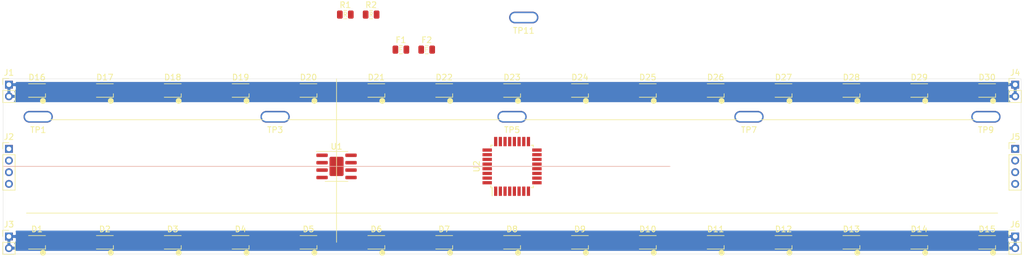
<source format=kicad_pcb>
(kicad_pcb (version 20171130) (host pcbnew "(5.1.2)-2")

  (general
    (thickness 1.6)
    (drawings 8)
    (tracks 0)
    (zones 0)
    (modules 48)
    (nets 48)
  )

  (page A4)
  (layers
    (0 F.Cu signal)
    (31 B.Cu signal)
    (32 B.Adhes user)
    (33 F.Adhes user)
    (34 B.Paste user)
    (35 F.Paste user)
    (36 B.SilkS user)
    (37 F.SilkS user)
    (38 B.Mask user)
    (39 F.Mask user)
    (40 Dwgs.User user)
    (41 Cmts.User user)
    (42 Eco1.User user)
    (43 Eco2.User user)
    (44 Edge.Cuts user)
    (45 Margin user)
    (46 B.CrtYd user)
    (47 F.CrtYd user)
    (48 B.Fab user)
    (49 F.Fab user)
  )

  (setup
    (last_trace_width 0.25)
    (trace_clearance 0.2)
    (zone_clearance 0.508)
    (zone_45_only no)
    (trace_min 0.2)
    (via_size 2)
    (via_drill 1.6)
    (via_min_size 0.4)
    (via_min_drill 0.3)
    (uvia_size 0.3)
    (uvia_drill 0.1)
    (uvias_allowed no)
    (uvia_min_size 0.2)
    (uvia_min_drill 0.1)
    (edge_width 0.05)
    (segment_width 0.2)
    (pcb_text_width 0.3)
    (pcb_text_size 1.5 1.5)
    (mod_edge_width 0.12)
    (mod_text_size 1 1)
    (mod_text_width 0.15)
    (pad_size 1.524 1.524)
    (pad_drill 0.762)
    (pad_to_mask_clearance 0.051)
    (solder_mask_min_width 0.25)
    (aux_axis_origin 100 100)
    (grid_origin 100 100)
    (visible_elements 7FFDFFFF)
    (pcbplotparams
      (layerselection 0x010fc_ffffffff)
      (usegerberextensions false)
      (usegerberattributes false)
      (usegerberadvancedattributes false)
      (creategerberjobfile false)
      (excludeedgelayer true)
      (linewidth 0.100000)
      (plotframeref false)
      (viasonmask false)
      (mode 1)
      (useauxorigin false)
      (hpglpennumber 1)
      (hpglpenspeed 20)
      (hpglpendiameter 15.000000)
      (psnegative false)
      (psa4output false)
      (plotreference true)
      (plotvalue true)
      (plotinvisibletext false)
      (padsonsilk false)
      (subtractmaskfromsilk false)
      (outputformat 1)
      (mirror false)
      (drillshape 1)
      (scaleselection 1)
      (outputdirectory ""))
  )

  (net 0 "")
  (net 1 GND)
  (net 2 +5V)
  (net 3 "Net-(U2-Pad21)")
  (net 4 +VDC)
  (net 5 "Net-(J2-Pad3)")
  (net 6 "Net-(J2-Pad2)")
  (net 7 -VDC)
  (net 8 +VSW)
  (net 9 "Net-(D2-Pad1)")
  (net 10 "Net-(D4-Pad1)")
  (net 11 "Net-(D6-Pad1)")
  (net 12 "Net-(D8-Pad1)")
  (net 13 /LED/VDD)
  (net 14 "Net-(D1-Pad1)")
  (net 15 /LED/VSS)
  (net 16 /LED/DIN)
  (net 17 "Net-(D3-Pad1)")
  (net 18 /sheet5E217478/VDD)
  (net 19 /sheet5E217478/VSS)
  (net 20 "Net-(D7-Pad1)")
  (net 21 "Net-(D10-Pad3)")
  (net 22 /sheet5E217FEF/VDD)
  (net 23 "Net-(D11-Pad1)")
  (net 24 /sheet5E217FEF/VSS)
  (net 25 "Net-(D12-Pad1)")
  (net 26 "Net-(D13-Pad1)")
  (net 27 "Net-(D14-Pad1)")
  (net 28 /sheet5E217FF0/VDD)
  (net 29 "Net-(D16-Pad1)")
  (net 30 /sheet5E217FF0/VSS)
  (net 31 "Net-(D17-Pad1)")
  (net 32 "Net-(D18-Pad1)")
  (net 33 "Net-(D19-Pad1)")
  (net 34 /sheet5E2189E4/VDD)
  (net 35 "Net-(D21-Pad1)")
  (net 36 /sheet5E2189E4/VSS)
  (net 37 "Net-(D22-Pad1)")
  (net 38 "Net-(D23-Pad1)")
  (net 39 "Net-(D24-Pad1)")
  (net 40 /sheet5E2189E5/VDD)
  (net 41 "Net-(D26-Pad1)")
  (net 42 /sheet5E2189E5/VSS)
  (net 43 "Net-(D27-Pad1)")
  (net 44 "Net-(D28-Pad1)")
  (net 45 "Net-(D29-Pad1)")
  (net 46 "Net-(F1-Pad2)")
  (net 47 "Net-(F2-Pad2)")

  (net_class Default "This is the default net class."
    (clearance 0.2)
    (trace_width 0.25)
    (via_dia 2)
    (via_drill 1.6)
    (uvia_dia 0.3)
    (uvia_drill 0.1)
    (add_net +5V)
    (add_net +VDC)
    (add_net +VSW)
    (add_net -VDC)
    (add_net -VSW)
    (add_net /LED/DIN)
    (add_net /LED/VDD)
    (add_net /LED/VSS)
    (add_net /sheet5E217478/VDD)
    (add_net /sheet5E217478/VSS)
    (add_net /sheet5E217FEF/VDD)
    (add_net /sheet5E217FEF/VSS)
    (add_net /sheet5E217FF0/VDD)
    (add_net /sheet5E217FF0/VSS)
    (add_net /sheet5E2189E4/VDD)
    (add_net /sheet5E2189E4/VSS)
    (add_net /sheet5E2189E5/VDD)
    (add_net /sheet5E2189E5/VSS)
    (add_net GND)
    (add_net "Net-(D1-Pad1)")
    (add_net "Net-(D10-Pad1)")
    (add_net "Net-(D10-Pad3)")
    (add_net "Net-(D11-Pad1)")
    (add_net "Net-(D12-Pad1)")
    (add_net "Net-(D13-Pad1)")
    (add_net "Net-(D14-Pad1)")
    (add_net "Net-(D15-Pad1)")
    (add_net "Net-(D16-Pad1)")
    (add_net "Net-(D17-Pad1)")
    (add_net "Net-(D18-Pad1)")
    (add_net "Net-(D19-Pad1)")
    (add_net "Net-(D2-Pad1)")
    (add_net "Net-(D20-Pad1)")
    (add_net "Net-(D21-Pad1)")
    (add_net "Net-(D22-Pad1)")
    (add_net "Net-(D23-Pad1)")
    (add_net "Net-(D24-Pad1)")
    (add_net "Net-(D25-Pad1)")
    (add_net "Net-(D26-Pad1)")
    (add_net "Net-(D27-Pad1)")
    (add_net "Net-(D28-Pad1)")
    (add_net "Net-(D29-Pad1)")
    (add_net "Net-(D3-Pad1)")
    (add_net "Net-(D30-Pad1)")
    (add_net "Net-(D4-Pad1)")
    (add_net "Net-(D5-Pad1)")
    (add_net "Net-(D6-Pad1)")
    (add_net "Net-(D7-Pad1)")
    (add_net "Net-(D8-Pad1)")
    (add_net "Net-(F1-Pad2)")
    (add_net "Net-(F2-Pad2)")
    (add_net "Net-(J2-Pad2)")
    (add_net "Net-(J2-Pad3)")
    (add_net "Net-(R1-Pad1)")
    (add_net "Net-(R1-Pad2)")
    (add_net "Net-(R2-Pad1)")
    (add_net "Net-(R2-Pad2)")
    (add_net "Net-(U1-Pad2)")
    (add_net "Net-(U1-Pad3)")
    (add_net "Net-(U1-Pad4)")
    (add_net "Net-(U1-Pad5)")
    (add_net "Net-(U1-Pad7)")
    (add_net "Net-(U1-Pad9)")
    (add_net "Net-(U2-Pad1)")
    (add_net "Net-(U2-Pad10)")
    (add_net "Net-(U2-Pad11)")
    (add_net "Net-(U2-Pad12)")
    (add_net "Net-(U2-Pad13)")
    (add_net "Net-(U2-Pad14)")
    (add_net "Net-(U2-Pad15)")
    (add_net "Net-(U2-Pad16)")
    (add_net "Net-(U2-Pad17)")
    (add_net "Net-(U2-Pad18)")
    (add_net "Net-(U2-Pad19)")
    (add_net "Net-(U2-Pad2)")
    (add_net "Net-(U2-Pad20)")
    (add_net "Net-(U2-Pad21)")
    (add_net "Net-(U2-Pad22)")
    (add_net "Net-(U2-Pad23)")
    (add_net "Net-(U2-Pad24)")
    (add_net "Net-(U2-Pad25)")
    (add_net "Net-(U2-Pad26)")
    (add_net "Net-(U2-Pad27)")
    (add_net "Net-(U2-Pad28)")
    (add_net "Net-(U2-Pad29)")
    (add_net "Net-(U2-Pad3)")
    (add_net "Net-(U2-Pad30)")
    (add_net "Net-(U2-Pad31)")
    (add_net "Net-(U2-Pad32)")
    (add_net "Net-(U2-Pad6)")
    (add_net "Net-(U2-Pad7)")
    (add_net "Net-(U2-Pad8)")
    (add_net "Net-(U2-Pad9)")
  )

  (module suku_basics:HO_tie (layer F.Cu) (tedit 5E18B2EB) (tstamp 5E18CBF0)
    (at 189 74.5)
    (descr "solder Pin_ diameter 1.0mm, hole diameter 1.0mm (press fit), length 10.0mm")
    (tags "solder Pin_ press fit")
    (path /5E18A009)
    (fp_text reference TP11 (at 0 2.25) (layer F.SilkS)
      (effects (font (size 1 1) (thickness 0.15)))
    )
    (fp_text value TestPoint (at 0 -2.05) (layer F.Fab)
      (effects (font (size 1 1) (thickness 0.15)))
    )
    (fp_text user %R (at 0 2.25) (layer F.Fab)
      (effects (font (size 1 1) (thickness 0.15)))
    )
    (pad 1 thru_hole oval (at 0 0) (size 5 2) (drill oval 4.5 1.5) (layers *.Cu *.Mask)
      (net 8 +VSW))
  )

  (module suku_basics:HO_tie (layer F.Cu) (tedit 5E18B2EB) (tstamp 5E1A40A7)
    (at 268 91.5)
    (descr "solder Pin_ diameter 1.0mm, hole diameter 1.0mm (press fit), length 10.0mm")
    (tags "solder Pin_ press fit")
    (path /5E189E6D)
    (fp_text reference TP9 (at 0 2.25) (layer F.SilkS)
      (effects (font (size 1 1) (thickness 0.15)))
    )
    (fp_text value TestPoint (at 0 -2.05) (layer F.Fab)
      (effects (font (size 1 1) (thickness 0.15)))
    )
    (fp_text user %R (at 0 2.25) (layer F.Fab)
      (effects (font (size 1 1) (thickness 0.15)))
    )
    (pad 1 thru_hole oval (at 0 0) (size 5 2) (drill oval 4.5 1.5) (layers *.Cu *.Mask)
      (net 8 +VSW))
  )

  (module suku_basics:HO_tie (layer F.Cu) (tedit 5E18B2EB) (tstamp 5E1A409B)
    (at 227.5 91.5)
    (descr "solder Pin_ diameter 1.0mm, hole diameter 1.0mm (press fit), length 10.0mm")
    (tags "solder Pin_ press fit")
    (path /5E189D70)
    (fp_text reference TP7 (at 0 2.25) (layer F.SilkS)
      (effects (font (size 1 1) (thickness 0.15)))
    )
    (fp_text value TestPoint (at 0 -2.05) (layer F.Fab)
      (effects (font (size 1 1) (thickness 0.15)))
    )
    (fp_text user %R (at 0 2.25) (layer F.Fab)
      (effects (font (size 1 1) (thickness 0.15)))
    )
    (pad 1 thru_hole oval (at 0 0) (size 5 2) (drill oval 4.5 1.5) (layers *.Cu *.Mask)
      (net 8 +VSW))
  )

  (module suku_basics:HO_tie (layer F.Cu) (tedit 5E18B2EB) (tstamp 5E1A408F)
    (at 187 91.5)
    (descr "solder Pin_ diameter 1.0mm, hole diameter 1.0mm (press fit), length 10.0mm")
    (tags "solder Pin_ press fit")
    (path /5E189CAB)
    (fp_text reference TP5 (at 0 2.25) (layer F.SilkS)
      (effects (font (size 1 1) (thickness 0.15)))
    )
    (fp_text value TestPoint (at 0 -2.05) (layer F.Fab)
      (effects (font (size 1 1) (thickness 0.15)))
    )
    (fp_text user %R (at 0 2.25) (layer F.Fab)
      (effects (font (size 1 1) (thickness 0.15)))
    )
    (pad 1 thru_hole oval (at 0 0) (size 5 2) (drill oval 4.5 1.5) (layers *.Cu *.Mask)
      (net 8 +VSW))
  )

  (module suku_basics:HO_tie (layer F.Cu) (tedit 5E18B2EB) (tstamp 5E1A4083)
    (at 146.5 91.5)
    (descr "solder Pin_ diameter 1.0mm, hole diameter 1.0mm (press fit), length 10.0mm")
    (tags "solder Pin_ press fit")
    (path /5E189B2F)
    (fp_text reference TP3 (at 0 2.25) (layer F.SilkS)
      (effects (font (size 1 1) (thickness 0.15)))
    )
    (fp_text value TestPoint (at 0 -2.05) (layer F.Fab)
      (effects (font (size 1 1) (thickness 0.15)))
    )
    (fp_text user %R (at 0 2.25) (layer F.Fab)
      (effects (font (size 1 1) (thickness 0.15)))
    )
    (pad 1 thru_hole oval (at 0 0) (size 5 2) (drill oval 4.5 1.5) (layers *.Cu *.Mask)
      (net 8 +VSW))
  )

  (module suku_basics:HO_tie (layer F.Cu) (tedit 5E18B2EB) (tstamp 5E1A4077)
    (at 106 91.5)
    (descr "solder Pin_ diameter 1.0mm, hole diameter 1.0mm (press fit), length 10.0mm")
    (tags "solder Pin_ press fit")
    (path /5E188F92)
    (fp_text reference TP1 (at 0 2.25) (layer F.SilkS)
      (effects (font (size 1 1) (thickness 0.15)))
    )
    (fp_text value TestPoint (at 0 -2.05) (layer F.Fab)
      (effects (font (size 1 1) (thickness 0.15)))
    )
    (fp_text user %R (at 0 2.25) (layer F.Fab)
      (effects (font (size 1 1) (thickness 0.15)))
    )
    (pad 1 thru_hole oval (at 0 0) (size 5 2) (drill oval 4.5 1.5) (layers *.Cu *.Mask)
      (net 8 +VSW))
  )

  (module suku_basics:POLY_0805 (layer F.Cu) (tedit 5D5076F2) (tstamp 5E1A2F1B)
    (at 172.41 80)
    (descr "Resistor SMD 0805 (2012 Metric), square (rectangular) end terminal, IPC_7351 nominal, (Body size source: https://docs.google.com/spreadsheets/d/1BsfQQcO9C6DZCsRaXUlFlo91Tg2WpOkGARC1WS5S8t0/edit?usp=sharing), generated with kicad-footprint-generator")
    (tags resistor)
    (path /5E232B71)
    (attr smd)
    (fp_text reference F2 (at 0 -1.65) (layer F.SilkS)
      (effects (font (size 1 1) (thickness 0.15)))
    )
    (fp_text value POLY (at 0 1.65) (layer F.Fab)
      (effects (font (size 1 1) (thickness 0.15)))
    )
    (fp_line (start -0.2032 0) (end 0.127 0) (layer F.SilkS) (width 0.12))
    (fp_line (start -0.2032 -0.4064) (end 0.2286 -0.4064) (layer F.SilkS) (width 0.12))
    (fp_line (start -0.2032 0.381) (end -0.2032 -0.4064) (layer F.SilkS) (width 0.12))
    (fp_text user %R (at 0 0) (layer F.Fab)
      (effects (font (size 0.5 0.5) (thickness 0.08)))
    )
    (fp_line (start 1.68 0.95) (end -1.68 0.95) (layer F.CrtYd) (width 0.05))
    (fp_line (start 1.68 -0.95) (end 1.68 0.95) (layer F.CrtYd) (width 0.05))
    (fp_line (start -1.68 -0.95) (end 1.68 -0.95) (layer F.CrtYd) (width 0.05))
    (fp_line (start -1.68 0.95) (end -1.68 -0.95) (layer F.CrtYd) (width 0.05))
    (fp_line (start -0.258578 0.71) (end 0.258578 0.71) (layer F.SilkS) (width 0.12))
    (fp_line (start -0.258578 -0.71) (end 0.258578 -0.71) (layer F.SilkS) (width 0.12))
    (fp_line (start 1 0.6) (end -1 0.6) (layer F.Fab) (width 0.1))
    (fp_line (start 1 -0.6) (end 1 0.6) (layer F.Fab) (width 0.1))
    (fp_line (start -1 -0.6) (end 1 -0.6) (layer F.Fab) (width 0.1))
    (fp_line (start -1 0.6) (end -1 -0.6) (layer F.Fab) (width 0.1))
    (pad 2 smd roundrect (at 0.9375 0) (size 0.975 1.4) (layers F.Cu F.Paste F.Mask) (roundrect_rratio 0.25)
      (net 47 "Net-(F2-Pad2)"))
    (pad 1 smd roundrect (at -0.9375 0) (size 0.975 1.4) (layers F.Cu F.Paste F.Mask) (roundrect_rratio 0.25))
    (model ${KISYS3DMOD}/Resistor_SMD.3dshapes/R_0805_2012Metric.wrl
      (at (xyz 0 0 0))
      (scale (xyz 1 1 1))
      (rotate (xyz 0 0 0))
    )
  )

  (module suku_basics:POLY_0805 (layer F.Cu) (tedit 5D5076F2) (tstamp 5E1A2F07)
    (at 168 80)
    (descr "Resistor SMD 0805 (2012 Metric), square (rectangular) end terminal, IPC_7351 nominal, (Body size source: https://docs.google.com/spreadsheets/d/1BsfQQcO9C6DZCsRaXUlFlo91Tg2WpOkGARC1WS5S8t0/edit?usp=sharing), generated with kicad-footprint-generator")
    (tags resistor)
    (path /5E2321CC)
    (attr smd)
    (fp_text reference F1 (at 0 -1.65) (layer F.SilkS)
      (effects (font (size 1 1) (thickness 0.15)))
    )
    (fp_text value POLY (at 0 1.65) (layer F.Fab)
      (effects (font (size 1 1) (thickness 0.15)))
    )
    (fp_line (start -0.2032 0) (end 0.127 0) (layer F.SilkS) (width 0.12))
    (fp_line (start -0.2032 -0.4064) (end 0.2286 -0.4064) (layer F.SilkS) (width 0.12))
    (fp_line (start -0.2032 0.381) (end -0.2032 -0.4064) (layer F.SilkS) (width 0.12))
    (fp_text user %R (at 0 0) (layer F.Fab)
      (effects (font (size 0.5 0.5) (thickness 0.08)))
    )
    (fp_line (start 1.68 0.95) (end -1.68 0.95) (layer F.CrtYd) (width 0.05))
    (fp_line (start 1.68 -0.95) (end 1.68 0.95) (layer F.CrtYd) (width 0.05))
    (fp_line (start -1.68 -0.95) (end 1.68 -0.95) (layer F.CrtYd) (width 0.05))
    (fp_line (start -1.68 0.95) (end -1.68 -0.95) (layer F.CrtYd) (width 0.05))
    (fp_line (start -0.258578 0.71) (end 0.258578 0.71) (layer F.SilkS) (width 0.12))
    (fp_line (start -0.258578 -0.71) (end 0.258578 -0.71) (layer F.SilkS) (width 0.12))
    (fp_line (start 1 0.6) (end -1 0.6) (layer F.Fab) (width 0.1))
    (fp_line (start 1 -0.6) (end 1 0.6) (layer F.Fab) (width 0.1))
    (fp_line (start -1 -0.6) (end 1 -0.6) (layer F.Fab) (width 0.1))
    (fp_line (start -1 0.6) (end -1 -0.6) (layer F.Fab) (width 0.1))
    (pad 2 smd roundrect (at 0.9375 0) (size 0.975 1.4) (layers F.Cu F.Paste F.Mask) (roundrect_rratio 0.25)
      (net 46 "Net-(F1-Pad2)"))
    (pad 1 smd roundrect (at -0.9375 0) (size 0.975 1.4) (layers F.Cu F.Paste F.Mask) (roundrect_rratio 0.25)
      (net 8 +VSW))
    (model ${KISYS3DMOD}/Resistor_SMD.3dshapes/R_0805_2012Metric.wrl
      (at (xyz 0 0 0))
      (scale (xyz 1 1 1))
      (rotate (xyz 0 0 0))
    )
  )

  (module suku_basics:UI_WS2812C-2020 (layer F.Cu) (tedit 5D87A008) (tstamp 5E18EAED)
    (at 268.2 87)
    (descr "2.0mm x 2.0mm PLCC4 LED, http://www.cree.com/~/media/Files/Cree/LED-Components-and-Modules/HB/Data-Sheets/CLMVBFKA.pdf")
    (tags "LED Cree PLCC-4")
    (path /5E2189EF/5E21390B)
    (attr smd)
    (fp_text reference D30 (at 0 -2.25) (layer F.SilkS)
      (effects (font (size 1 1) (thickness 0.15)))
    )
    (fp_text value UI_WS2812C-2020 (at 0 2.25) (layer F.Fab)
      (effects (font (size 1 1) (thickness 0.15)))
    )
    (fp_circle (center 1.016 1.778) (end 1.266 1.778) (layer F.SilkS) (width 0.5))
    (fp_text user %R (at 0 0) (layer F.Fab)
      (effects (font (size 0.5 0.5) (thickness 0.075)))
    )
    (fp_line (start -1.45 1.15) (end 1.45 1.15) (layer F.SilkS) (width 0.12))
    (fp_line (start -1.45 -1.15) (end 1.45 -1.15) (layer F.SilkS) (width 0.12))
    (fp_line (start 1.45 0.55) (end 1.45 1.15) (layer F.SilkS) (width 0.12))
    (fp_line (start 1 -1) (end -1 -1) (layer F.Fab) (width 0.1))
    (fp_line (start 1 1) (end 1 -1) (layer F.Fab) (width 0.1))
    (fp_line (start -1 1) (end 1 1) (layer F.Fab) (width 0.1))
    (fp_line (start -1 -1) (end -1 1) (layer F.Fab) (width 0.1))
    (fp_line (start 0 -1) (end -1 0) (layer F.Fab) (width 0.1))
    (fp_line (start 1.7 -1.4) (end -1.7 -1.4) (layer F.CrtYd) (width 0.05))
    (fp_line (start 1.7 1.4) (end 1.7 -1.4) (layer F.CrtYd) (width 0.05))
    (fp_line (start -1.7 1.4) (end 1.7 1.4) (layer F.CrtYd) (width 0.05))
    (fp_line (start -1.7 -1.4) (end -1.7 1.4) (layer F.CrtYd) (width 0.05))
    (fp_circle (center 0 0) (end 0.8 0) (layer F.Fab) (width 0.1))
    (pad 4 smd roundrect (at -0.9 0.55) (size 1.2 0.9) (layers F.Cu F.Paste F.Mask) (roundrect_rratio 0.25)
      (net 40 /sheet5E2189E5/VDD))
    (pad 1 smd roundrect (at 0.9 0.55) (size 1.2 0.9) (layers F.Cu F.Paste F.Mask) (roundrect_rratio 0.25))
    (pad 2 smd roundrect (at 0.9 -0.55) (size 1.2 0.9) (layers F.Cu F.Paste F.Mask) (roundrect_rratio 0.25)
      (net 42 /sheet5E2189E5/VSS))
    (pad 3 smd roundrect (at -0.9 -0.55) (size 1.2 0.9) (layers F.Cu F.Paste F.Mask) (roundrect_rratio 0.25)
      (net 45 "Net-(D29-Pad1)"))
    (model I:/Workspace/components/3D/ws2812-2020.step
      (at (xyz 0 0 0))
      (scale (xyz 1 1 1))
      (rotate (xyz -90 0 90))
    )
  )

  (module suku_basics:UI_WS2812C-2020 (layer F.Cu) (tedit 5D87A008) (tstamp 5E18E95E)
    (at 256.6 87)
    (descr "2.0mm x 2.0mm PLCC4 LED, http://www.cree.com/~/media/Files/Cree/LED-Components-and-Modules/HB/Data-Sheets/CLMVBFKA.pdf")
    (tags "LED Cree PLCC-4")
    (path /5E2189EF/5E2138F7)
    (attr smd)
    (fp_text reference D29 (at 0 -2.25) (layer F.SilkS)
      (effects (font (size 1 1) (thickness 0.15)))
    )
    (fp_text value UI_WS2812C-2020 (at 0 2.25) (layer F.Fab)
      (effects (font (size 1 1) (thickness 0.15)))
    )
    (fp_circle (center 1.016 1.778) (end 1.266 1.778) (layer F.SilkS) (width 0.5))
    (fp_text user %R (at 0 0) (layer F.Fab)
      (effects (font (size 0.5 0.5) (thickness 0.075)))
    )
    (fp_line (start -1.45 1.15) (end 1.45 1.15) (layer F.SilkS) (width 0.12))
    (fp_line (start -1.45 -1.15) (end 1.45 -1.15) (layer F.SilkS) (width 0.12))
    (fp_line (start 1.45 0.55) (end 1.45 1.15) (layer F.SilkS) (width 0.12))
    (fp_line (start 1 -1) (end -1 -1) (layer F.Fab) (width 0.1))
    (fp_line (start 1 1) (end 1 -1) (layer F.Fab) (width 0.1))
    (fp_line (start -1 1) (end 1 1) (layer F.Fab) (width 0.1))
    (fp_line (start -1 -1) (end -1 1) (layer F.Fab) (width 0.1))
    (fp_line (start 0 -1) (end -1 0) (layer F.Fab) (width 0.1))
    (fp_line (start 1.7 -1.4) (end -1.7 -1.4) (layer F.CrtYd) (width 0.05))
    (fp_line (start 1.7 1.4) (end 1.7 -1.4) (layer F.CrtYd) (width 0.05))
    (fp_line (start -1.7 1.4) (end 1.7 1.4) (layer F.CrtYd) (width 0.05))
    (fp_line (start -1.7 -1.4) (end -1.7 1.4) (layer F.CrtYd) (width 0.05))
    (fp_circle (center 0 0) (end 0.8 0) (layer F.Fab) (width 0.1))
    (pad 4 smd roundrect (at -0.9 0.55) (size 1.2 0.9) (layers F.Cu F.Paste F.Mask) (roundrect_rratio 0.25)
      (net 40 /sheet5E2189E5/VDD))
    (pad 1 smd roundrect (at 0.9 0.55) (size 1.2 0.9) (layers F.Cu F.Paste F.Mask) (roundrect_rratio 0.25)
      (net 45 "Net-(D29-Pad1)"))
    (pad 2 smd roundrect (at 0.9 -0.55) (size 1.2 0.9) (layers F.Cu F.Paste F.Mask) (roundrect_rratio 0.25)
      (net 42 /sheet5E2189E5/VSS))
    (pad 3 smd roundrect (at -0.9 -0.55) (size 1.2 0.9) (layers F.Cu F.Paste F.Mask) (roundrect_rratio 0.25)
      (net 44 "Net-(D28-Pad1)"))
    (model I:/Workspace/components/3D/ws2812-2020.step
      (at (xyz 0 0 0))
      (scale (xyz 1 1 1))
      (rotate (xyz -90 0 90))
    )
  )

  (module suku_basics:UI_WS2812C-2020 (layer F.Cu) (tedit 5D87A008) (tstamp 5E18E8C3)
    (at 245 87)
    (descr "2.0mm x 2.0mm PLCC4 LED, http://www.cree.com/~/media/Files/Cree/LED-Components-and-Modules/HB/Data-Sheets/CLMVBFKA.pdf")
    (tags "LED Cree PLCC-4")
    (path /5E2189EF/5E2138E3)
    (attr smd)
    (fp_text reference D28 (at 0 -2.25) (layer F.SilkS)
      (effects (font (size 1 1) (thickness 0.15)))
    )
    (fp_text value UI_WS2812C-2020 (at 0 2.25) (layer F.Fab)
      (effects (font (size 1 1) (thickness 0.15)))
    )
    (fp_circle (center 1.016 1.778) (end 1.266 1.778) (layer F.SilkS) (width 0.5))
    (fp_text user %R (at 0 0) (layer F.Fab)
      (effects (font (size 0.5 0.5) (thickness 0.075)))
    )
    (fp_line (start -1.45 1.15) (end 1.45 1.15) (layer F.SilkS) (width 0.12))
    (fp_line (start -1.45 -1.15) (end 1.45 -1.15) (layer F.SilkS) (width 0.12))
    (fp_line (start 1.45 0.55) (end 1.45 1.15) (layer F.SilkS) (width 0.12))
    (fp_line (start 1 -1) (end -1 -1) (layer F.Fab) (width 0.1))
    (fp_line (start 1 1) (end 1 -1) (layer F.Fab) (width 0.1))
    (fp_line (start -1 1) (end 1 1) (layer F.Fab) (width 0.1))
    (fp_line (start -1 -1) (end -1 1) (layer F.Fab) (width 0.1))
    (fp_line (start 0 -1) (end -1 0) (layer F.Fab) (width 0.1))
    (fp_line (start 1.7 -1.4) (end -1.7 -1.4) (layer F.CrtYd) (width 0.05))
    (fp_line (start 1.7 1.4) (end 1.7 -1.4) (layer F.CrtYd) (width 0.05))
    (fp_line (start -1.7 1.4) (end 1.7 1.4) (layer F.CrtYd) (width 0.05))
    (fp_line (start -1.7 -1.4) (end -1.7 1.4) (layer F.CrtYd) (width 0.05))
    (fp_circle (center 0 0) (end 0.8 0) (layer F.Fab) (width 0.1))
    (pad 4 smd roundrect (at -0.9 0.55) (size 1.2 0.9) (layers F.Cu F.Paste F.Mask) (roundrect_rratio 0.25)
      (net 40 /sheet5E2189E5/VDD))
    (pad 1 smd roundrect (at 0.9 0.55) (size 1.2 0.9) (layers F.Cu F.Paste F.Mask) (roundrect_rratio 0.25)
      (net 44 "Net-(D28-Pad1)"))
    (pad 2 smd roundrect (at 0.9 -0.55) (size 1.2 0.9) (layers F.Cu F.Paste F.Mask) (roundrect_rratio 0.25)
      (net 42 /sheet5E2189E5/VSS))
    (pad 3 smd roundrect (at -0.9 -0.55) (size 1.2 0.9) (layers F.Cu F.Paste F.Mask) (roundrect_rratio 0.25)
      (net 43 "Net-(D27-Pad1)"))
    (model I:/Workspace/components/3D/ws2812-2020.step
      (at (xyz 0 0 0))
      (scale (xyz 1 1 1))
      (rotate (xyz -90 0 90))
    )
  )

  (module suku_basics:UI_WS2812C-2020 (layer F.Cu) (tedit 5D87A008) (tstamp 5E18C2C5)
    (at 233.4 87)
    (descr "2.0mm x 2.0mm PLCC4 LED, http://www.cree.com/~/media/Files/Cree/LED-Components-and-Modules/HB/Data-Sheets/CLMVBFKA.pdf")
    (tags "LED Cree PLCC-4")
    (path /5E2189EF/5E2138CF)
    (attr smd)
    (fp_text reference D27 (at 0 -2.25) (layer F.SilkS)
      (effects (font (size 1 1) (thickness 0.15)))
    )
    (fp_text value UI_WS2812C-2020 (at 0 2.25) (layer F.Fab)
      (effects (font (size 1 1) (thickness 0.15)))
    )
    (fp_circle (center 1.016 1.778) (end 1.266 1.778) (layer F.SilkS) (width 0.5))
    (fp_text user %R (at 0 0) (layer F.Fab)
      (effects (font (size 0.5 0.5) (thickness 0.075)))
    )
    (fp_line (start -1.45 1.15) (end 1.45 1.15) (layer F.SilkS) (width 0.12))
    (fp_line (start -1.45 -1.15) (end 1.45 -1.15) (layer F.SilkS) (width 0.12))
    (fp_line (start 1.45 0.55) (end 1.45 1.15) (layer F.SilkS) (width 0.12))
    (fp_line (start 1 -1) (end -1 -1) (layer F.Fab) (width 0.1))
    (fp_line (start 1 1) (end 1 -1) (layer F.Fab) (width 0.1))
    (fp_line (start -1 1) (end 1 1) (layer F.Fab) (width 0.1))
    (fp_line (start -1 -1) (end -1 1) (layer F.Fab) (width 0.1))
    (fp_line (start 0 -1) (end -1 0) (layer F.Fab) (width 0.1))
    (fp_line (start 1.7 -1.4) (end -1.7 -1.4) (layer F.CrtYd) (width 0.05))
    (fp_line (start 1.7 1.4) (end 1.7 -1.4) (layer F.CrtYd) (width 0.05))
    (fp_line (start -1.7 1.4) (end 1.7 1.4) (layer F.CrtYd) (width 0.05))
    (fp_line (start -1.7 -1.4) (end -1.7 1.4) (layer F.CrtYd) (width 0.05))
    (fp_circle (center 0 0) (end 0.8 0) (layer F.Fab) (width 0.1))
    (pad 4 smd roundrect (at -0.9 0.55) (size 1.2 0.9) (layers F.Cu F.Paste F.Mask) (roundrect_rratio 0.25)
      (net 40 /sheet5E2189E5/VDD))
    (pad 1 smd roundrect (at 0.9 0.55) (size 1.2 0.9) (layers F.Cu F.Paste F.Mask) (roundrect_rratio 0.25)
      (net 43 "Net-(D27-Pad1)"))
    (pad 2 smd roundrect (at 0.9 -0.55) (size 1.2 0.9) (layers F.Cu F.Paste F.Mask) (roundrect_rratio 0.25)
      (net 42 /sheet5E2189E5/VSS))
    (pad 3 smd roundrect (at -0.9 -0.55) (size 1.2 0.9) (layers F.Cu F.Paste F.Mask) (roundrect_rratio 0.25)
      (net 41 "Net-(D26-Pad1)"))
    (model I:/Workspace/components/3D/ws2812-2020.step
      (at (xyz 0 0 0))
      (scale (xyz 1 1 1))
      (rotate (xyz -90 0 90))
    )
  )

  (module suku_basics:UI_WS2812C-2020 (layer F.Cu) (tedit 5D87A008) (tstamp 5E18E7E5)
    (at 221.8 87)
    (descr "2.0mm x 2.0mm PLCC4 LED, http://www.cree.com/~/media/Files/Cree/LED-Components-and-Modules/HB/Data-Sheets/CLMVBFKA.pdf")
    (tags "LED Cree PLCC-4")
    (path /5E2189EF/5E2138BB)
    (attr smd)
    (fp_text reference D26 (at 0 -2.25) (layer F.SilkS)
      (effects (font (size 1 1) (thickness 0.15)))
    )
    (fp_text value UI_WS2812C-2020 (at 0 2.25) (layer F.Fab)
      (effects (font (size 1 1) (thickness 0.15)))
    )
    (fp_circle (center 1.016 1.778) (end 1.266 1.778) (layer F.SilkS) (width 0.5))
    (fp_text user %R (at 0 0) (layer F.Fab)
      (effects (font (size 0.5 0.5) (thickness 0.075)))
    )
    (fp_line (start -1.45 1.15) (end 1.45 1.15) (layer F.SilkS) (width 0.12))
    (fp_line (start -1.45 -1.15) (end 1.45 -1.15) (layer F.SilkS) (width 0.12))
    (fp_line (start 1.45 0.55) (end 1.45 1.15) (layer F.SilkS) (width 0.12))
    (fp_line (start 1 -1) (end -1 -1) (layer F.Fab) (width 0.1))
    (fp_line (start 1 1) (end 1 -1) (layer F.Fab) (width 0.1))
    (fp_line (start -1 1) (end 1 1) (layer F.Fab) (width 0.1))
    (fp_line (start -1 -1) (end -1 1) (layer F.Fab) (width 0.1))
    (fp_line (start 0 -1) (end -1 0) (layer F.Fab) (width 0.1))
    (fp_line (start 1.7 -1.4) (end -1.7 -1.4) (layer F.CrtYd) (width 0.05))
    (fp_line (start 1.7 1.4) (end 1.7 -1.4) (layer F.CrtYd) (width 0.05))
    (fp_line (start -1.7 1.4) (end 1.7 1.4) (layer F.CrtYd) (width 0.05))
    (fp_line (start -1.7 -1.4) (end -1.7 1.4) (layer F.CrtYd) (width 0.05))
    (fp_circle (center 0 0) (end 0.8 0) (layer F.Fab) (width 0.1))
    (pad 4 smd roundrect (at -0.9 0.55) (size 1.2 0.9) (layers F.Cu F.Paste F.Mask) (roundrect_rratio 0.25)
      (net 40 /sheet5E2189E5/VDD))
    (pad 1 smd roundrect (at 0.9 0.55) (size 1.2 0.9) (layers F.Cu F.Paste F.Mask) (roundrect_rratio 0.25)
      (net 41 "Net-(D26-Pad1)"))
    (pad 2 smd roundrect (at 0.9 -0.55) (size 1.2 0.9) (layers F.Cu F.Paste F.Mask) (roundrect_rratio 0.25)
      (net 42 /sheet5E2189E5/VSS))
    (pad 3 smd roundrect (at -0.9 -0.55) (size 1.2 0.9) (layers F.Cu F.Paste F.Mask) (roundrect_rratio 0.25)
      (net 16 /LED/DIN))
    (model I:/Workspace/components/3D/ws2812-2020.step
      (at (xyz 0 0 0))
      (scale (xyz 1 1 1))
      (rotate (xyz -90 0 90))
    )
  )

  (module suku_basics:UI_WS2812C-2020 (layer F.Cu) (tedit 5D87A008) (tstamp 5E18E760)
    (at 210.2 87)
    (descr "2.0mm x 2.0mm PLCC4 LED, http://www.cree.com/~/media/Files/Cree/LED-Components-and-Modules/HB/Data-Sheets/CLMVBFKA.pdf")
    (tags "LED Cree PLCC-4")
    (path /5E2189EA/5E21390B)
    (attr smd)
    (fp_text reference D25 (at 0 -2.25) (layer F.SilkS)
      (effects (font (size 1 1) (thickness 0.15)))
    )
    (fp_text value UI_WS2812C-2020 (at 0 2.25) (layer F.Fab)
      (effects (font (size 1 1) (thickness 0.15)))
    )
    (fp_circle (center 1.016 1.778) (end 1.266 1.778) (layer F.SilkS) (width 0.5))
    (fp_text user %R (at 0 0) (layer F.Fab)
      (effects (font (size 0.5 0.5) (thickness 0.075)))
    )
    (fp_line (start -1.45 1.15) (end 1.45 1.15) (layer F.SilkS) (width 0.12))
    (fp_line (start -1.45 -1.15) (end 1.45 -1.15) (layer F.SilkS) (width 0.12))
    (fp_line (start 1.45 0.55) (end 1.45 1.15) (layer F.SilkS) (width 0.12))
    (fp_line (start 1 -1) (end -1 -1) (layer F.Fab) (width 0.1))
    (fp_line (start 1 1) (end 1 -1) (layer F.Fab) (width 0.1))
    (fp_line (start -1 1) (end 1 1) (layer F.Fab) (width 0.1))
    (fp_line (start -1 -1) (end -1 1) (layer F.Fab) (width 0.1))
    (fp_line (start 0 -1) (end -1 0) (layer F.Fab) (width 0.1))
    (fp_line (start 1.7 -1.4) (end -1.7 -1.4) (layer F.CrtYd) (width 0.05))
    (fp_line (start 1.7 1.4) (end 1.7 -1.4) (layer F.CrtYd) (width 0.05))
    (fp_line (start -1.7 1.4) (end 1.7 1.4) (layer F.CrtYd) (width 0.05))
    (fp_line (start -1.7 -1.4) (end -1.7 1.4) (layer F.CrtYd) (width 0.05))
    (fp_circle (center 0 0) (end 0.8 0) (layer F.Fab) (width 0.1))
    (pad 4 smd roundrect (at -0.9 0.55) (size 1.2 0.9) (layers F.Cu F.Paste F.Mask) (roundrect_rratio 0.25)
      (net 34 /sheet5E2189E4/VDD))
    (pad 1 smd roundrect (at 0.9 0.55) (size 1.2 0.9) (layers F.Cu F.Paste F.Mask) (roundrect_rratio 0.25))
    (pad 2 smd roundrect (at 0.9 -0.55) (size 1.2 0.9) (layers F.Cu F.Paste F.Mask) (roundrect_rratio 0.25)
      (net 36 /sheet5E2189E4/VSS))
    (pad 3 smd roundrect (at -0.9 -0.55) (size 1.2 0.9) (layers F.Cu F.Paste F.Mask) (roundrect_rratio 0.25)
      (net 39 "Net-(D24-Pad1)"))
    (model I:/Workspace/components/3D/ws2812-2020.step
      (at (xyz 0 0 0))
      (scale (xyz 1 1 1))
      (rotate (xyz -90 0 90))
    )
  )

  (module suku_basics:UI_WS2812C-2020 (layer F.Cu) (tedit 5D87A008) (tstamp 5E18E6DB)
    (at 198.6 87)
    (descr "2.0mm x 2.0mm PLCC4 LED, http://www.cree.com/~/media/Files/Cree/LED-Components-and-Modules/HB/Data-Sheets/CLMVBFKA.pdf")
    (tags "LED Cree PLCC-4")
    (path /5E2189EA/5E2138F7)
    (attr smd)
    (fp_text reference D24 (at 0 -2.25) (layer F.SilkS)
      (effects (font (size 1 1) (thickness 0.15)))
    )
    (fp_text value UI_WS2812C-2020 (at 0 2.25) (layer F.Fab)
      (effects (font (size 1 1) (thickness 0.15)))
    )
    (fp_circle (center 1.016 1.778) (end 1.266 1.778) (layer F.SilkS) (width 0.5))
    (fp_text user %R (at 0 0) (layer F.Fab)
      (effects (font (size 0.5 0.5) (thickness 0.075)))
    )
    (fp_line (start -1.45 1.15) (end 1.45 1.15) (layer F.SilkS) (width 0.12))
    (fp_line (start -1.45 -1.15) (end 1.45 -1.15) (layer F.SilkS) (width 0.12))
    (fp_line (start 1.45 0.55) (end 1.45 1.15) (layer F.SilkS) (width 0.12))
    (fp_line (start 1 -1) (end -1 -1) (layer F.Fab) (width 0.1))
    (fp_line (start 1 1) (end 1 -1) (layer F.Fab) (width 0.1))
    (fp_line (start -1 1) (end 1 1) (layer F.Fab) (width 0.1))
    (fp_line (start -1 -1) (end -1 1) (layer F.Fab) (width 0.1))
    (fp_line (start 0 -1) (end -1 0) (layer F.Fab) (width 0.1))
    (fp_line (start 1.7 -1.4) (end -1.7 -1.4) (layer F.CrtYd) (width 0.05))
    (fp_line (start 1.7 1.4) (end 1.7 -1.4) (layer F.CrtYd) (width 0.05))
    (fp_line (start -1.7 1.4) (end 1.7 1.4) (layer F.CrtYd) (width 0.05))
    (fp_line (start -1.7 -1.4) (end -1.7 1.4) (layer F.CrtYd) (width 0.05))
    (fp_circle (center 0 0) (end 0.8 0) (layer F.Fab) (width 0.1))
    (pad 4 smd roundrect (at -0.9 0.55) (size 1.2 0.9) (layers F.Cu F.Paste F.Mask) (roundrect_rratio 0.25)
      (net 34 /sheet5E2189E4/VDD))
    (pad 1 smd roundrect (at 0.9 0.55) (size 1.2 0.9) (layers F.Cu F.Paste F.Mask) (roundrect_rratio 0.25)
      (net 39 "Net-(D24-Pad1)"))
    (pad 2 smd roundrect (at 0.9 -0.55) (size 1.2 0.9) (layers F.Cu F.Paste F.Mask) (roundrect_rratio 0.25)
      (net 36 /sheet5E2189E4/VSS))
    (pad 3 smd roundrect (at -0.9 -0.55) (size 1.2 0.9) (layers F.Cu F.Paste F.Mask) (roundrect_rratio 0.25)
      (net 38 "Net-(D23-Pad1)"))
    (model I:/Workspace/components/3D/ws2812-2020.step
      (at (xyz 0 0 0))
      (scale (xyz 1 1 1))
      (rotate (xyz -90 0 90))
    )
  )

  (module suku_basics:UI_WS2812C-2020 (layer F.Cu) (tedit 5D87A008) (tstamp 5E18E656)
    (at 187 87)
    (descr "2.0mm x 2.0mm PLCC4 LED, http://www.cree.com/~/media/Files/Cree/LED-Components-and-Modules/HB/Data-Sheets/CLMVBFKA.pdf")
    (tags "LED Cree PLCC-4")
    (path /5E2189EA/5E2138E3)
    (attr smd)
    (fp_text reference D23 (at 0 -2.25) (layer F.SilkS)
      (effects (font (size 1 1) (thickness 0.15)))
    )
    (fp_text value UI_WS2812C-2020 (at 0 2.25) (layer F.Fab)
      (effects (font (size 1 1) (thickness 0.15)))
    )
    (fp_circle (center 1.016 1.778) (end 1.266 1.778) (layer F.SilkS) (width 0.5))
    (fp_text user %R (at 0 0) (layer F.Fab)
      (effects (font (size 0.5 0.5) (thickness 0.075)))
    )
    (fp_line (start -1.45 1.15) (end 1.45 1.15) (layer F.SilkS) (width 0.12))
    (fp_line (start -1.45 -1.15) (end 1.45 -1.15) (layer F.SilkS) (width 0.12))
    (fp_line (start 1.45 0.55) (end 1.45 1.15) (layer F.SilkS) (width 0.12))
    (fp_line (start 1 -1) (end -1 -1) (layer F.Fab) (width 0.1))
    (fp_line (start 1 1) (end 1 -1) (layer F.Fab) (width 0.1))
    (fp_line (start -1 1) (end 1 1) (layer F.Fab) (width 0.1))
    (fp_line (start -1 -1) (end -1 1) (layer F.Fab) (width 0.1))
    (fp_line (start 0 -1) (end -1 0) (layer F.Fab) (width 0.1))
    (fp_line (start 1.7 -1.4) (end -1.7 -1.4) (layer F.CrtYd) (width 0.05))
    (fp_line (start 1.7 1.4) (end 1.7 -1.4) (layer F.CrtYd) (width 0.05))
    (fp_line (start -1.7 1.4) (end 1.7 1.4) (layer F.CrtYd) (width 0.05))
    (fp_line (start -1.7 -1.4) (end -1.7 1.4) (layer F.CrtYd) (width 0.05))
    (fp_circle (center 0 0) (end 0.8 0) (layer F.Fab) (width 0.1))
    (pad 4 smd roundrect (at -0.9 0.55) (size 1.2 0.9) (layers F.Cu F.Paste F.Mask) (roundrect_rratio 0.25)
      (net 34 /sheet5E2189E4/VDD))
    (pad 1 smd roundrect (at 0.9 0.55) (size 1.2 0.9) (layers F.Cu F.Paste F.Mask) (roundrect_rratio 0.25)
      (net 38 "Net-(D23-Pad1)"))
    (pad 2 smd roundrect (at 0.9 -0.55) (size 1.2 0.9) (layers F.Cu F.Paste F.Mask) (roundrect_rratio 0.25)
      (net 36 /sheet5E2189E4/VSS))
    (pad 3 smd roundrect (at -0.9 -0.55) (size 1.2 0.9) (layers F.Cu F.Paste F.Mask) (roundrect_rratio 0.25)
      (net 37 "Net-(D22-Pad1)"))
    (model I:/Workspace/components/3D/ws2812-2020.step
      (at (xyz 0 0 0))
      (scale (xyz 1 1 1))
      (rotate (xyz -90 0 90))
    )
  )

  (module suku_basics:UI_WS2812C-2020 (layer F.Cu) (tedit 5D87A008) (tstamp 5E18E5D1)
    (at 175.4 87)
    (descr "2.0mm x 2.0mm PLCC4 LED, http://www.cree.com/~/media/Files/Cree/LED-Components-and-Modules/HB/Data-Sheets/CLMVBFKA.pdf")
    (tags "LED Cree PLCC-4")
    (path /5E2189EA/5E2138CF)
    (attr smd)
    (fp_text reference D22 (at 0 -2.25) (layer F.SilkS)
      (effects (font (size 1 1) (thickness 0.15)))
    )
    (fp_text value UI_WS2812C-2020 (at 0 2.25) (layer F.Fab)
      (effects (font (size 1 1) (thickness 0.15)))
    )
    (fp_circle (center 1.016 1.778) (end 1.266 1.778) (layer F.SilkS) (width 0.5))
    (fp_text user %R (at 0 0) (layer F.Fab)
      (effects (font (size 0.5 0.5) (thickness 0.075)))
    )
    (fp_line (start -1.45 1.15) (end 1.45 1.15) (layer F.SilkS) (width 0.12))
    (fp_line (start -1.45 -1.15) (end 1.45 -1.15) (layer F.SilkS) (width 0.12))
    (fp_line (start 1.45 0.55) (end 1.45 1.15) (layer F.SilkS) (width 0.12))
    (fp_line (start 1 -1) (end -1 -1) (layer F.Fab) (width 0.1))
    (fp_line (start 1 1) (end 1 -1) (layer F.Fab) (width 0.1))
    (fp_line (start -1 1) (end 1 1) (layer F.Fab) (width 0.1))
    (fp_line (start -1 -1) (end -1 1) (layer F.Fab) (width 0.1))
    (fp_line (start 0 -1) (end -1 0) (layer F.Fab) (width 0.1))
    (fp_line (start 1.7 -1.4) (end -1.7 -1.4) (layer F.CrtYd) (width 0.05))
    (fp_line (start 1.7 1.4) (end 1.7 -1.4) (layer F.CrtYd) (width 0.05))
    (fp_line (start -1.7 1.4) (end 1.7 1.4) (layer F.CrtYd) (width 0.05))
    (fp_line (start -1.7 -1.4) (end -1.7 1.4) (layer F.CrtYd) (width 0.05))
    (fp_circle (center 0 0) (end 0.8 0) (layer F.Fab) (width 0.1))
    (pad 4 smd roundrect (at -0.9 0.55) (size 1.2 0.9) (layers F.Cu F.Paste F.Mask) (roundrect_rratio 0.25)
      (net 34 /sheet5E2189E4/VDD))
    (pad 1 smd roundrect (at 0.9 0.55) (size 1.2 0.9) (layers F.Cu F.Paste F.Mask) (roundrect_rratio 0.25)
      (net 37 "Net-(D22-Pad1)"))
    (pad 2 smd roundrect (at 0.9 -0.55) (size 1.2 0.9) (layers F.Cu F.Paste F.Mask) (roundrect_rratio 0.25)
      (net 36 /sheet5E2189E4/VSS))
    (pad 3 smd roundrect (at -0.9 -0.55) (size 1.2 0.9) (layers F.Cu F.Paste F.Mask) (roundrect_rratio 0.25)
      (net 35 "Net-(D21-Pad1)"))
    (model I:/Workspace/components/3D/ws2812-2020.step
      (at (xyz 0 0 0))
      (scale (xyz 1 1 1))
      (rotate (xyz -90 0 90))
    )
  )

  (module suku_basics:UI_WS2812C-2020 (layer F.Cu) (tedit 5D87A008) (tstamp 5E18C23B)
    (at 163.8 87)
    (descr "2.0mm x 2.0mm PLCC4 LED, http://www.cree.com/~/media/Files/Cree/LED-Components-and-Modules/HB/Data-Sheets/CLMVBFKA.pdf")
    (tags "LED Cree PLCC-4")
    (path /5E2189EA/5E2138BB)
    (attr smd)
    (fp_text reference D21 (at 0 -2.25) (layer F.SilkS)
      (effects (font (size 1 1) (thickness 0.15)))
    )
    (fp_text value UI_WS2812C-2020 (at 0 2.25) (layer F.Fab)
      (effects (font (size 1 1) (thickness 0.15)))
    )
    (fp_circle (center 1.016 1.778) (end 1.266 1.778) (layer F.SilkS) (width 0.5))
    (fp_text user %R (at 0 0) (layer F.Fab)
      (effects (font (size 0.5 0.5) (thickness 0.075)))
    )
    (fp_line (start -1.45 1.15) (end 1.45 1.15) (layer F.SilkS) (width 0.12))
    (fp_line (start -1.45 -1.15) (end 1.45 -1.15) (layer F.SilkS) (width 0.12))
    (fp_line (start 1.45 0.55) (end 1.45 1.15) (layer F.SilkS) (width 0.12))
    (fp_line (start 1 -1) (end -1 -1) (layer F.Fab) (width 0.1))
    (fp_line (start 1 1) (end 1 -1) (layer F.Fab) (width 0.1))
    (fp_line (start -1 1) (end 1 1) (layer F.Fab) (width 0.1))
    (fp_line (start -1 -1) (end -1 1) (layer F.Fab) (width 0.1))
    (fp_line (start 0 -1) (end -1 0) (layer F.Fab) (width 0.1))
    (fp_line (start 1.7 -1.4) (end -1.7 -1.4) (layer F.CrtYd) (width 0.05))
    (fp_line (start 1.7 1.4) (end 1.7 -1.4) (layer F.CrtYd) (width 0.05))
    (fp_line (start -1.7 1.4) (end 1.7 1.4) (layer F.CrtYd) (width 0.05))
    (fp_line (start -1.7 -1.4) (end -1.7 1.4) (layer F.CrtYd) (width 0.05))
    (fp_circle (center 0 0) (end 0.8 0) (layer F.Fab) (width 0.1))
    (pad 4 smd roundrect (at -0.9 0.55) (size 1.2 0.9) (layers F.Cu F.Paste F.Mask) (roundrect_rratio 0.25)
      (net 34 /sheet5E2189E4/VDD))
    (pad 1 smd roundrect (at 0.9 0.55) (size 1.2 0.9) (layers F.Cu F.Paste F.Mask) (roundrect_rratio 0.25)
      (net 35 "Net-(D21-Pad1)"))
    (pad 2 smd roundrect (at 0.9 -0.55) (size 1.2 0.9) (layers F.Cu F.Paste F.Mask) (roundrect_rratio 0.25)
      (net 36 /sheet5E2189E4/VSS))
    (pad 3 smd roundrect (at -0.9 -0.55) (size 1.2 0.9) (layers F.Cu F.Paste F.Mask) (roundrect_rratio 0.25)
      (net 16 /LED/DIN))
    (model I:/Workspace/components/3D/ws2812-2020.step
      (at (xyz 0 0 0))
      (scale (xyz 1 1 1))
      (rotate (xyz -90 0 90))
    )
  )

  (module suku_basics:UI_WS2812C-2020 (layer F.Cu) (tedit 5D87A008) (tstamp 5E18C224)
    (at 152.2 87)
    (descr "2.0mm x 2.0mm PLCC4 LED, http://www.cree.com/~/media/Files/Cree/LED-Components-and-Modules/HB/Data-Sheets/CLMVBFKA.pdf")
    (tags "LED Cree PLCC-4")
    (path /5E217FFA/5E21390B)
    (attr smd)
    (fp_text reference D20 (at 0 -2.25) (layer F.SilkS)
      (effects (font (size 1 1) (thickness 0.15)))
    )
    (fp_text value UI_WS2812C-2020 (at 0 2.25) (layer F.Fab)
      (effects (font (size 1 1) (thickness 0.15)))
    )
    (fp_circle (center 1.016 1.778) (end 1.266 1.778) (layer F.SilkS) (width 0.5))
    (fp_text user %R (at 0 0) (layer F.Fab)
      (effects (font (size 0.5 0.5) (thickness 0.075)))
    )
    (fp_line (start -1.45 1.15) (end 1.45 1.15) (layer F.SilkS) (width 0.12))
    (fp_line (start -1.45 -1.15) (end 1.45 -1.15) (layer F.SilkS) (width 0.12))
    (fp_line (start 1.45 0.55) (end 1.45 1.15) (layer F.SilkS) (width 0.12))
    (fp_line (start 1 -1) (end -1 -1) (layer F.Fab) (width 0.1))
    (fp_line (start 1 1) (end 1 -1) (layer F.Fab) (width 0.1))
    (fp_line (start -1 1) (end 1 1) (layer F.Fab) (width 0.1))
    (fp_line (start -1 -1) (end -1 1) (layer F.Fab) (width 0.1))
    (fp_line (start 0 -1) (end -1 0) (layer F.Fab) (width 0.1))
    (fp_line (start 1.7 -1.4) (end -1.7 -1.4) (layer F.CrtYd) (width 0.05))
    (fp_line (start 1.7 1.4) (end 1.7 -1.4) (layer F.CrtYd) (width 0.05))
    (fp_line (start -1.7 1.4) (end 1.7 1.4) (layer F.CrtYd) (width 0.05))
    (fp_line (start -1.7 -1.4) (end -1.7 1.4) (layer F.CrtYd) (width 0.05))
    (fp_circle (center 0 0) (end 0.8 0) (layer F.Fab) (width 0.1))
    (pad 4 smd roundrect (at -0.9 0.55) (size 1.2 0.9) (layers F.Cu F.Paste F.Mask) (roundrect_rratio 0.25)
      (net 28 /sheet5E217FF0/VDD))
    (pad 1 smd roundrect (at 0.9 0.55) (size 1.2 0.9) (layers F.Cu F.Paste F.Mask) (roundrect_rratio 0.25))
    (pad 2 smd roundrect (at 0.9 -0.55) (size 1.2 0.9) (layers F.Cu F.Paste F.Mask) (roundrect_rratio 0.25)
      (net 30 /sheet5E217FF0/VSS))
    (pad 3 smd roundrect (at -0.9 -0.55) (size 1.2 0.9) (layers F.Cu F.Paste F.Mask) (roundrect_rratio 0.25)
      (net 33 "Net-(D19-Pad1)"))
    (model I:/Workspace/components/3D/ws2812-2020.step
      (at (xyz 0 0 0))
      (scale (xyz 1 1 1))
      (rotate (xyz -90 0 90))
    )
  )

  (module suku_basics:UI_WS2812C-2020 (layer F.Cu) (tedit 5D87A008) (tstamp 5E18C20D)
    (at 140.6 87)
    (descr "2.0mm x 2.0mm PLCC4 LED, http://www.cree.com/~/media/Files/Cree/LED-Components-and-Modules/HB/Data-Sheets/CLMVBFKA.pdf")
    (tags "LED Cree PLCC-4")
    (path /5E217FFA/5E2138F7)
    (attr smd)
    (fp_text reference D19 (at 0 -2.25) (layer F.SilkS)
      (effects (font (size 1 1) (thickness 0.15)))
    )
    (fp_text value UI_WS2812C-2020 (at 0 2.25) (layer F.Fab)
      (effects (font (size 1 1) (thickness 0.15)))
    )
    (fp_circle (center 1.016 1.778) (end 1.266 1.778) (layer F.SilkS) (width 0.5))
    (fp_text user %R (at 0 0) (layer F.Fab)
      (effects (font (size 0.5 0.5) (thickness 0.075)))
    )
    (fp_line (start -1.45 1.15) (end 1.45 1.15) (layer F.SilkS) (width 0.12))
    (fp_line (start -1.45 -1.15) (end 1.45 -1.15) (layer F.SilkS) (width 0.12))
    (fp_line (start 1.45 0.55) (end 1.45 1.15) (layer F.SilkS) (width 0.12))
    (fp_line (start 1 -1) (end -1 -1) (layer F.Fab) (width 0.1))
    (fp_line (start 1 1) (end 1 -1) (layer F.Fab) (width 0.1))
    (fp_line (start -1 1) (end 1 1) (layer F.Fab) (width 0.1))
    (fp_line (start -1 -1) (end -1 1) (layer F.Fab) (width 0.1))
    (fp_line (start 0 -1) (end -1 0) (layer F.Fab) (width 0.1))
    (fp_line (start 1.7 -1.4) (end -1.7 -1.4) (layer F.CrtYd) (width 0.05))
    (fp_line (start 1.7 1.4) (end 1.7 -1.4) (layer F.CrtYd) (width 0.05))
    (fp_line (start -1.7 1.4) (end 1.7 1.4) (layer F.CrtYd) (width 0.05))
    (fp_line (start -1.7 -1.4) (end -1.7 1.4) (layer F.CrtYd) (width 0.05))
    (fp_circle (center 0 0) (end 0.8 0) (layer F.Fab) (width 0.1))
    (pad 4 smd roundrect (at -0.9 0.55) (size 1.2 0.9) (layers F.Cu F.Paste F.Mask) (roundrect_rratio 0.25)
      (net 28 /sheet5E217FF0/VDD))
    (pad 1 smd roundrect (at 0.9 0.55) (size 1.2 0.9) (layers F.Cu F.Paste F.Mask) (roundrect_rratio 0.25)
      (net 33 "Net-(D19-Pad1)"))
    (pad 2 smd roundrect (at 0.9 -0.55) (size 1.2 0.9) (layers F.Cu F.Paste F.Mask) (roundrect_rratio 0.25)
      (net 30 /sheet5E217FF0/VSS))
    (pad 3 smd roundrect (at -0.9 -0.55) (size 1.2 0.9) (layers F.Cu F.Paste F.Mask) (roundrect_rratio 0.25)
      (net 32 "Net-(D18-Pad1)"))
    (model I:/Workspace/components/3D/ws2812-2020.step
      (at (xyz 0 0 0))
      (scale (xyz 1 1 1))
      (rotate (xyz -90 0 90))
    )
  )

  (module suku_basics:UI_WS2812C-2020 (layer F.Cu) (tedit 5D87A008) (tstamp 5E18E47E)
    (at 129 87)
    (descr "2.0mm x 2.0mm PLCC4 LED, http://www.cree.com/~/media/Files/Cree/LED-Components-and-Modules/HB/Data-Sheets/CLMVBFKA.pdf")
    (tags "LED Cree PLCC-4")
    (path /5E217FFA/5E2138E3)
    (attr smd)
    (fp_text reference D18 (at 0 -2.25) (layer F.SilkS)
      (effects (font (size 1 1) (thickness 0.15)))
    )
    (fp_text value UI_WS2812C-2020 (at 0 2.25) (layer F.Fab)
      (effects (font (size 1 1) (thickness 0.15)))
    )
    (fp_circle (center 1.016 1.778) (end 1.266 1.778) (layer F.SilkS) (width 0.5))
    (fp_text user %R (at 0 0) (layer F.Fab)
      (effects (font (size 0.5 0.5) (thickness 0.075)))
    )
    (fp_line (start -1.45 1.15) (end 1.45 1.15) (layer F.SilkS) (width 0.12))
    (fp_line (start -1.45 -1.15) (end 1.45 -1.15) (layer F.SilkS) (width 0.12))
    (fp_line (start 1.45 0.55) (end 1.45 1.15) (layer F.SilkS) (width 0.12))
    (fp_line (start 1 -1) (end -1 -1) (layer F.Fab) (width 0.1))
    (fp_line (start 1 1) (end 1 -1) (layer F.Fab) (width 0.1))
    (fp_line (start -1 1) (end 1 1) (layer F.Fab) (width 0.1))
    (fp_line (start -1 -1) (end -1 1) (layer F.Fab) (width 0.1))
    (fp_line (start 0 -1) (end -1 0) (layer F.Fab) (width 0.1))
    (fp_line (start 1.7 -1.4) (end -1.7 -1.4) (layer F.CrtYd) (width 0.05))
    (fp_line (start 1.7 1.4) (end 1.7 -1.4) (layer F.CrtYd) (width 0.05))
    (fp_line (start -1.7 1.4) (end 1.7 1.4) (layer F.CrtYd) (width 0.05))
    (fp_line (start -1.7 -1.4) (end -1.7 1.4) (layer F.CrtYd) (width 0.05))
    (fp_circle (center 0 0) (end 0.8 0) (layer F.Fab) (width 0.1))
    (pad 4 smd roundrect (at -0.9 0.55) (size 1.2 0.9) (layers F.Cu F.Paste F.Mask) (roundrect_rratio 0.25)
      (net 28 /sheet5E217FF0/VDD))
    (pad 1 smd roundrect (at 0.9 0.55) (size 1.2 0.9) (layers F.Cu F.Paste F.Mask) (roundrect_rratio 0.25)
      (net 32 "Net-(D18-Pad1)"))
    (pad 2 smd roundrect (at 0.9 -0.55) (size 1.2 0.9) (layers F.Cu F.Paste F.Mask) (roundrect_rratio 0.25)
      (net 30 /sheet5E217FF0/VSS))
    (pad 3 smd roundrect (at -0.9 -0.55) (size 1.2 0.9) (layers F.Cu F.Paste F.Mask) (roundrect_rratio 0.25)
      (net 31 "Net-(D17-Pad1)"))
    (model I:/Workspace/components/3D/ws2812-2020.step
      (at (xyz 0 0 0))
      (scale (xyz 1 1 1))
      (rotate (xyz -90 0 90))
    )
  )

  (module suku_basics:UI_WS2812C-2020 (layer F.Cu) (tedit 5D87A008) (tstamp 5E18E3F8)
    (at 117.4 87)
    (descr "2.0mm x 2.0mm PLCC4 LED, http://www.cree.com/~/media/Files/Cree/LED-Components-and-Modules/HB/Data-Sheets/CLMVBFKA.pdf")
    (tags "LED Cree PLCC-4")
    (path /5E217FFA/5E2138CF)
    (attr smd)
    (fp_text reference D17 (at 0 -2.25) (layer F.SilkS)
      (effects (font (size 1 1) (thickness 0.15)))
    )
    (fp_text value UI_WS2812C-2020 (at 0 2.25) (layer F.Fab)
      (effects (font (size 1 1) (thickness 0.15)))
    )
    (fp_circle (center 1.016 1.778) (end 1.266 1.778) (layer F.SilkS) (width 0.5))
    (fp_text user %R (at 0 0) (layer F.Fab)
      (effects (font (size 0.5 0.5) (thickness 0.075)))
    )
    (fp_line (start -1.45 1.15) (end 1.45 1.15) (layer F.SilkS) (width 0.12))
    (fp_line (start -1.45 -1.15) (end 1.45 -1.15) (layer F.SilkS) (width 0.12))
    (fp_line (start 1.45 0.55) (end 1.45 1.15) (layer F.SilkS) (width 0.12))
    (fp_line (start 1 -1) (end -1 -1) (layer F.Fab) (width 0.1))
    (fp_line (start 1 1) (end 1 -1) (layer F.Fab) (width 0.1))
    (fp_line (start -1 1) (end 1 1) (layer F.Fab) (width 0.1))
    (fp_line (start -1 -1) (end -1 1) (layer F.Fab) (width 0.1))
    (fp_line (start 0 -1) (end -1 0) (layer F.Fab) (width 0.1))
    (fp_line (start 1.7 -1.4) (end -1.7 -1.4) (layer F.CrtYd) (width 0.05))
    (fp_line (start 1.7 1.4) (end 1.7 -1.4) (layer F.CrtYd) (width 0.05))
    (fp_line (start -1.7 1.4) (end 1.7 1.4) (layer F.CrtYd) (width 0.05))
    (fp_line (start -1.7 -1.4) (end -1.7 1.4) (layer F.CrtYd) (width 0.05))
    (fp_circle (center 0 0) (end 0.8 0) (layer F.Fab) (width 0.1))
    (pad 4 smd roundrect (at -0.9 0.55) (size 1.2 0.9) (layers F.Cu F.Paste F.Mask) (roundrect_rratio 0.25)
      (net 28 /sheet5E217FF0/VDD))
    (pad 1 smd roundrect (at 0.9 0.55) (size 1.2 0.9) (layers F.Cu F.Paste F.Mask) (roundrect_rratio 0.25)
      (net 31 "Net-(D17-Pad1)"))
    (pad 2 smd roundrect (at 0.9 -0.55) (size 1.2 0.9) (layers F.Cu F.Paste F.Mask) (roundrect_rratio 0.25)
      (net 30 /sheet5E217FF0/VSS))
    (pad 3 smd roundrect (at -0.9 -0.55) (size 1.2 0.9) (layers F.Cu F.Paste F.Mask) (roundrect_rratio 0.25)
      (net 29 "Net-(D16-Pad1)"))
    (model I:/Workspace/components/3D/ws2812-2020.step
      (at (xyz 0 0 0))
      (scale (xyz 1 1 1))
      (rotate (xyz -90 0 90))
    )
  )

  (module suku_basics:UI_WS2812C-2020 (layer F.Cu) (tedit 5D87A008) (tstamp 5E18C1C8)
    (at 105.8 87)
    (descr "2.0mm x 2.0mm PLCC4 LED, http://www.cree.com/~/media/Files/Cree/LED-Components-and-Modules/HB/Data-Sheets/CLMVBFKA.pdf")
    (tags "LED Cree PLCC-4")
    (path /5E217FFA/5E2138BB)
    (attr smd)
    (fp_text reference D16 (at 0 -2.25) (layer F.SilkS)
      (effects (font (size 1 1) (thickness 0.15)))
    )
    (fp_text value UI_WS2812C-2020 (at 0 2.25) (layer F.Fab)
      (effects (font (size 1 1) (thickness 0.15)))
    )
    (fp_circle (center 1.016 1.778) (end 1.266 1.778) (layer F.SilkS) (width 0.5))
    (fp_text user %R (at 0 0) (layer F.Fab)
      (effects (font (size 0.5 0.5) (thickness 0.075)))
    )
    (fp_line (start -1.45 1.15) (end 1.45 1.15) (layer F.SilkS) (width 0.12))
    (fp_line (start -1.45 -1.15) (end 1.45 -1.15) (layer F.SilkS) (width 0.12))
    (fp_line (start 1.45 0.55) (end 1.45 1.15) (layer F.SilkS) (width 0.12))
    (fp_line (start 1 -1) (end -1 -1) (layer F.Fab) (width 0.1))
    (fp_line (start 1 1) (end 1 -1) (layer F.Fab) (width 0.1))
    (fp_line (start -1 1) (end 1 1) (layer F.Fab) (width 0.1))
    (fp_line (start -1 -1) (end -1 1) (layer F.Fab) (width 0.1))
    (fp_line (start 0 -1) (end -1 0) (layer F.Fab) (width 0.1))
    (fp_line (start 1.7 -1.4) (end -1.7 -1.4) (layer F.CrtYd) (width 0.05))
    (fp_line (start 1.7 1.4) (end 1.7 -1.4) (layer F.CrtYd) (width 0.05))
    (fp_line (start -1.7 1.4) (end 1.7 1.4) (layer F.CrtYd) (width 0.05))
    (fp_line (start -1.7 -1.4) (end -1.7 1.4) (layer F.CrtYd) (width 0.05))
    (fp_circle (center 0 0) (end 0.8 0) (layer F.Fab) (width 0.1))
    (pad 4 smd roundrect (at -0.9 0.55) (size 1.2 0.9) (layers F.Cu F.Paste F.Mask) (roundrect_rratio 0.25)
      (net 28 /sheet5E217FF0/VDD))
    (pad 1 smd roundrect (at 0.9 0.55) (size 1.2 0.9) (layers F.Cu F.Paste F.Mask) (roundrect_rratio 0.25)
      (net 29 "Net-(D16-Pad1)"))
    (pad 2 smd roundrect (at 0.9 -0.55) (size 1.2 0.9) (layers F.Cu F.Paste F.Mask) (roundrect_rratio 0.25)
      (net 30 /sheet5E217FF0/VSS))
    (pad 3 smd roundrect (at -0.9 -0.55) (size 1.2 0.9) (layers F.Cu F.Paste F.Mask) (roundrect_rratio 0.25)
      (net 16 /LED/DIN))
    (model I:/Workspace/components/3D/ws2812-2020.step
      (at (xyz 0 0 0))
      (scale (xyz 1 1 1))
      (rotate (xyz -90 0 90))
    )
  )

  (module suku_basics:UI_WS2812C-2020 (layer F.Cu) (tedit 5D87A008) (tstamp 5E18C1B1)
    (at 268.2 113)
    (descr "2.0mm x 2.0mm PLCC4 LED, http://www.cree.com/~/media/Files/Cree/LED-Components-and-Modules/HB/Data-Sheets/CLMVBFKA.pdf")
    (tags "LED Cree PLCC-4")
    (path /5E217FF5/5E21390B)
    (attr smd)
    (fp_text reference D15 (at 0 -2.25) (layer F.SilkS)
      (effects (font (size 1 1) (thickness 0.15)))
    )
    (fp_text value UI_WS2812C-2020 (at 0 2.25) (layer F.Fab)
      (effects (font (size 1 1) (thickness 0.15)))
    )
    (fp_circle (center 1.016 1.778) (end 1.266 1.778) (layer F.SilkS) (width 0.5))
    (fp_text user %R (at 0 0) (layer F.Fab)
      (effects (font (size 0.5 0.5) (thickness 0.075)))
    )
    (fp_line (start -1.45 1.15) (end 1.45 1.15) (layer F.SilkS) (width 0.12))
    (fp_line (start -1.45 -1.15) (end 1.45 -1.15) (layer F.SilkS) (width 0.12))
    (fp_line (start 1.45 0.55) (end 1.45 1.15) (layer F.SilkS) (width 0.12))
    (fp_line (start 1 -1) (end -1 -1) (layer F.Fab) (width 0.1))
    (fp_line (start 1 1) (end 1 -1) (layer F.Fab) (width 0.1))
    (fp_line (start -1 1) (end 1 1) (layer F.Fab) (width 0.1))
    (fp_line (start -1 -1) (end -1 1) (layer F.Fab) (width 0.1))
    (fp_line (start 0 -1) (end -1 0) (layer F.Fab) (width 0.1))
    (fp_line (start 1.7 -1.4) (end -1.7 -1.4) (layer F.CrtYd) (width 0.05))
    (fp_line (start 1.7 1.4) (end 1.7 -1.4) (layer F.CrtYd) (width 0.05))
    (fp_line (start -1.7 1.4) (end 1.7 1.4) (layer F.CrtYd) (width 0.05))
    (fp_line (start -1.7 -1.4) (end -1.7 1.4) (layer F.CrtYd) (width 0.05))
    (fp_circle (center 0 0) (end 0.8 0) (layer F.Fab) (width 0.1))
    (pad 4 smd roundrect (at -0.9 0.55) (size 1.2 0.9) (layers F.Cu F.Paste F.Mask) (roundrect_rratio 0.25)
      (net 22 /sheet5E217FEF/VDD))
    (pad 1 smd roundrect (at 0.9 0.55) (size 1.2 0.9) (layers F.Cu F.Paste F.Mask) (roundrect_rratio 0.25))
    (pad 2 smd roundrect (at 0.9 -0.55) (size 1.2 0.9) (layers F.Cu F.Paste F.Mask) (roundrect_rratio 0.25)
      (net 24 /sheet5E217FEF/VSS))
    (pad 3 smd roundrect (at -0.9 -0.55) (size 1.2 0.9) (layers F.Cu F.Paste F.Mask) (roundrect_rratio 0.25)
      (net 27 "Net-(D14-Pad1)"))
    (model I:/Workspace/components/3D/ws2812-2020.step
      (at (xyz 0 0 0))
      (scale (xyz 1 1 1))
      (rotate (xyz -90 0 90))
    )
  )

  (module suku_basics:UI_WS2812C-2020 (layer F.Cu) (tedit 5D87A008) (tstamp 5E18C19A)
    (at 256.6 113)
    (descr "2.0mm x 2.0mm PLCC4 LED, http://www.cree.com/~/media/Files/Cree/LED-Components-and-Modules/HB/Data-Sheets/CLMVBFKA.pdf")
    (tags "LED Cree PLCC-4")
    (path /5E217FF5/5E2138F7)
    (attr smd)
    (fp_text reference D14 (at 0 -2.25) (layer F.SilkS)
      (effects (font (size 1 1) (thickness 0.15)))
    )
    (fp_text value UI_WS2812C-2020 (at 0 2.25) (layer F.Fab)
      (effects (font (size 1 1) (thickness 0.15)))
    )
    (fp_circle (center 1.016 1.778) (end 1.266 1.778) (layer F.SilkS) (width 0.5))
    (fp_text user %R (at 0 0) (layer F.Fab)
      (effects (font (size 0.5 0.5) (thickness 0.075)))
    )
    (fp_line (start -1.45 1.15) (end 1.45 1.15) (layer F.SilkS) (width 0.12))
    (fp_line (start -1.45 -1.15) (end 1.45 -1.15) (layer F.SilkS) (width 0.12))
    (fp_line (start 1.45 0.55) (end 1.45 1.15) (layer F.SilkS) (width 0.12))
    (fp_line (start 1 -1) (end -1 -1) (layer F.Fab) (width 0.1))
    (fp_line (start 1 1) (end 1 -1) (layer F.Fab) (width 0.1))
    (fp_line (start -1 1) (end 1 1) (layer F.Fab) (width 0.1))
    (fp_line (start -1 -1) (end -1 1) (layer F.Fab) (width 0.1))
    (fp_line (start 0 -1) (end -1 0) (layer F.Fab) (width 0.1))
    (fp_line (start 1.7 -1.4) (end -1.7 -1.4) (layer F.CrtYd) (width 0.05))
    (fp_line (start 1.7 1.4) (end 1.7 -1.4) (layer F.CrtYd) (width 0.05))
    (fp_line (start -1.7 1.4) (end 1.7 1.4) (layer F.CrtYd) (width 0.05))
    (fp_line (start -1.7 -1.4) (end -1.7 1.4) (layer F.CrtYd) (width 0.05))
    (fp_circle (center 0 0) (end 0.8 0) (layer F.Fab) (width 0.1))
    (pad 4 smd roundrect (at -0.9 0.55) (size 1.2 0.9) (layers F.Cu F.Paste F.Mask) (roundrect_rratio 0.25)
      (net 22 /sheet5E217FEF/VDD))
    (pad 1 smd roundrect (at 0.9 0.55) (size 1.2 0.9) (layers F.Cu F.Paste F.Mask) (roundrect_rratio 0.25)
      (net 27 "Net-(D14-Pad1)"))
    (pad 2 smd roundrect (at 0.9 -0.55) (size 1.2 0.9) (layers F.Cu F.Paste F.Mask) (roundrect_rratio 0.25)
      (net 24 /sheet5E217FEF/VSS))
    (pad 3 smd roundrect (at -0.9 -0.55) (size 1.2 0.9) (layers F.Cu F.Paste F.Mask) (roundrect_rratio 0.25)
      (net 26 "Net-(D13-Pad1)"))
    (model I:/Workspace/components/3D/ws2812-2020.step
      (at (xyz 0 0 0))
      (scale (xyz 1 1 1))
      (rotate (xyz -90 0 90))
    )
  )

  (module suku_basics:UI_WS2812C-2020 (layer F.Cu) (tedit 5D87A008) (tstamp 5E18C183)
    (at 245 113)
    (descr "2.0mm x 2.0mm PLCC4 LED, http://www.cree.com/~/media/Files/Cree/LED-Components-and-Modules/HB/Data-Sheets/CLMVBFKA.pdf")
    (tags "LED Cree PLCC-4")
    (path /5E217FF5/5E2138E3)
    (attr smd)
    (fp_text reference D13 (at 0 -2.25) (layer F.SilkS)
      (effects (font (size 1 1) (thickness 0.15)))
    )
    (fp_text value UI_WS2812C-2020 (at 0 2.25) (layer F.Fab)
      (effects (font (size 1 1) (thickness 0.15)))
    )
    (fp_circle (center 1.016 1.778) (end 1.266 1.778) (layer F.SilkS) (width 0.5))
    (fp_text user %R (at 0 0) (layer F.Fab)
      (effects (font (size 0.5 0.5) (thickness 0.075)))
    )
    (fp_line (start -1.45 1.15) (end 1.45 1.15) (layer F.SilkS) (width 0.12))
    (fp_line (start -1.45 -1.15) (end 1.45 -1.15) (layer F.SilkS) (width 0.12))
    (fp_line (start 1.45 0.55) (end 1.45 1.15) (layer F.SilkS) (width 0.12))
    (fp_line (start 1 -1) (end -1 -1) (layer F.Fab) (width 0.1))
    (fp_line (start 1 1) (end 1 -1) (layer F.Fab) (width 0.1))
    (fp_line (start -1 1) (end 1 1) (layer F.Fab) (width 0.1))
    (fp_line (start -1 -1) (end -1 1) (layer F.Fab) (width 0.1))
    (fp_line (start 0 -1) (end -1 0) (layer F.Fab) (width 0.1))
    (fp_line (start 1.7 -1.4) (end -1.7 -1.4) (layer F.CrtYd) (width 0.05))
    (fp_line (start 1.7 1.4) (end 1.7 -1.4) (layer F.CrtYd) (width 0.05))
    (fp_line (start -1.7 1.4) (end 1.7 1.4) (layer F.CrtYd) (width 0.05))
    (fp_line (start -1.7 -1.4) (end -1.7 1.4) (layer F.CrtYd) (width 0.05))
    (fp_circle (center 0 0) (end 0.8 0) (layer F.Fab) (width 0.1))
    (pad 4 smd roundrect (at -0.9 0.55) (size 1.2 0.9) (layers F.Cu F.Paste F.Mask) (roundrect_rratio 0.25)
      (net 22 /sheet5E217FEF/VDD))
    (pad 1 smd roundrect (at 0.9 0.55) (size 1.2 0.9) (layers F.Cu F.Paste F.Mask) (roundrect_rratio 0.25)
      (net 26 "Net-(D13-Pad1)"))
    (pad 2 smd roundrect (at 0.9 -0.55) (size 1.2 0.9) (layers F.Cu F.Paste F.Mask) (roundrect_rratio 0.25)
      (net 24 /sheet5E217FEF/VSS))
    (pad 3 smd roundrect (at -0.9 -0.55) (size 1.2 0.9) (layers F.Cu F.Paste F.Mask) (roundrect_rratio 0.25)
      (net 25 "Net-(D12-Pad1)"))
    (model I:/Workspace/components/3D/ws2812-2020.step
      (at (xyz 0 0 0))
      (scale (xyz 1 1 1))
      (rotate (xyz -90 0 90))
    )
  )

  (module suku_basics:UI_WS2812C-2020 (layer F.Cu) (tedit 5D87A008) (tstamp 5E18C16C)
    (at 233.4 113)
    (descr "2.0mm x 2.0mm PLCC4 LED, http://www.cree.com/~/media/Files/Cree/LED-Components-and-Modules/HB/Data-Sheets/CLMVBFKA.pdf")
    (tags "LED Cree PLCC-4")
    (path /5E217FF5/5E2138CF)
    (attr smd)
    (fp_text reference D12 (at 0 -2.25) (layer F.SilkS)
      (effects (font (size 1 1) (thickness 0.15)))
    )
    (fp_text value UI_WS2812C-2020 (at 0 2.25) (layer F.Fab)
      (effects (font (size 1 1) (thickness 0.15)))
    )
    (fp_circle (center 1.016 1.778) (end 1.266 1.778) (layer F.SilkS) (width 0.5))
    (fp_text user %R (at 0 0) (layer F.Fab)
      (effects (font (size 0.5 0.5) (thickness 0.075)))
    )
    (fp_line (start -1.45 1.15) (end 1.45 1.15) (layer F.SilkS) (width 0.12))
    (fp_line (start -1.45 -1.15) (end 1.45 -1.15) (layer F.SilkS) (width 0.12))
    (fp_line (start 1.45 0.55) (end 1.45 1.15) (layer F.SilkS) (width 0.12))
    (fp_line (start 1 -1) (end -1 -1) (layer F.Fab) (width 0.1))
    (fp_line (start 1 1) (end 1 -1) (layer F.Fab) (width 0.1))
    (fp_line (start -1 1) (end 1 1) (layer F.Fab) (width 0.1))
    (fp_line (start -1 -1) (end -1 1) (layer F.Fab) (width 0.1))
    (fp_line (start 0 -1) (end -1 0) (layer F.Fab) (width 0.1))
    (fp_line (start 1.7 -1.4) (end -1.7 -1.4) (layer F.CrtYd) (width 0.05))
    (fp_line (start 1.7 1.4) (end 1.7 -1.4) (layer F.CrtYd) (width 0.05))
    (fp_line (start -1.7 1.4) (end 1.7 1.4) (layer F.CrtYd) (width 0.05))
    (fp_line (start -1.7 -1.4) (end -1.7 1.4) (layer F.CrtYd) (width 0.05))
    (fp_circle (center 0 0) (end 0.8 0) (layer F.Fab) (width 0.1))
    (pad 4 smd roundrect (at -0.9 0.55) (size 1.2 0.9) (layers F.Cu F.Paste F.Mask) (roundrect_rratio 0.25)
      (net 22 /sheet5E217FEF/VDD))
    (pad 1 smd roundrect (at 0.9 0.55) (size 1.2 0.9) (layers F.Cu F.Paste F.Mask) (roundrect_rratio 0.25)
      (net 25 "Net-(D12-Pad1)"))
    (pad 2 smd roundrect (at 0.9 -0.55) (size 1.2 0.9) (layers F.Cu F.Paste F.Mask) (roundrect_rratio 0.25)
      (net 24 /sheet5E217FEF/VSS))
    (pad 3 smd roundrect (at -0.9 -0.55) (size 1.2 0.9) (layers F.Cu F.Paste F.Mask) (roundrect_rratio 0.25)
      (net 23 "Net-(D11-Pad1)"))
    (model I:/Workspace/components/3D/ws2812-2020.step
      (at (xyz 0 0 0))
      (scale (xyz 1 1 1))
      (rotate (xyz -90 0 90))
    )
  )

  (module suku_basics:UI_WS2812C-2020 (layer F.Cu) (tedit 5D87A008) (tstamp 5E18C155)
    (at 221.8 113)
    (descr "2.0mm x 2.0mm PLCC4 LED, http://www.cree.com/~/media/Files/Cree/LED-Components-and-Modules/HB/Data-Sheets/CLMVBFKA.pdf")
    (tags "LED Cree PLCC-4")
    (path /5E217FF5/5E2138BB)
    (attr smd)
    (fp_text reference D11 (at 0 -2.25) (layer F.SilkS)
      (effects (font (size 1 1) (thickness 0.15)))
    )
    (fp_text value UI_WS2812C-2020 (at 0 2.25) (layer F.Fab)
      (effects (font (size 1 1) (thickness 0.15)))
    )
    (fp_circle (center 1.016 1.778) (end 1.266 1.778) (layer F.SilkS) (width 0.5))
    (fp_text user %R (at 0 0) (layer F.Fab)
      (effects (font (size 0.5 0.5) (thickness 0.075)))
    )
    (fp_line (start -1.45 1.15) (end 1.45 1.15) (layer F.SilkS) (width 0.12))
    (fp_line (start -1.45 -1.15) (end 1.45 -1.15) (layer F.SilkS) (width 0.12))
    (fp_line (start 1.45 0.55) (end 1.45 1.15) (layer F.SilkS) (width 0.12))
    (fp_line (start 1 -1) (end -1 -1) (layer F.Fab) (width 0.1))
    (fp_line (start 1 1) (end 1 -1) (layer F.Fab) (width 0.1))
    (fp_line (start -1 1) (end 1 1) (layer F.Fab) (width 0.1))
    (fp_line (start -1 -1) (end -1 1) (layer F.Fab) (width 0.1))
    (fp_line (start 0 -1) (end -1 0) (layer F.Fab) (width 0.1))
    (fp_line (start 1.7 -1.4) (end -1.7 -1.4) (layer F.CrtYd) (width 0.05))
    (fp_line (start 1.7 1.4) (end 1.7 -1.4) (layer F.CrtYd) (width 0.05))
    (fp_line (start -1.7 1.4) (end 1.7 1.4) (layer F.CrtYd) (width 0.05))
    (fp_line (start -1.7 -1.4) (end -1.7 1.4) (layer F.CrtYd) (width 0.05))
    (fp_circle (center 0 0) (end 0.8 0) (layer F.Fab) (width 0.1))
    (pad 4 smd roundrect (at -0.9 0.55) (size 1.2 0.9) (layers F.Cu F.Paste F.Mask) (roundrect_rratio 0.25)
      (net 22 /sheet5E217FEF/VDD))
    (pad 1 smd roundrect (at 0.9 0.55) (size 1.2 0.9) (layers F.Cu F.Paste F.Mask) (roundrect_rratio 0.25)
      (net 23 "Net-(D11-Pad1)"))
    (pad 2 smd roundrect (at 0.9 -0.55) (size 1.2 0.9) (layers F.Cu F.Paste F.Mask) (roundrect_rratio 0.25)
      (net 24 /sheet5E217FEF/VSS))
    (pad 3 smd roundrect (at -0.9 -0.55) (size 1.2 0.9) (layers F.Cu F.Paste F.Mask) (roundrect_rratio 0.25)
      (net 16 /LED/DIN))
    (model I:/Workspace/components/3D/ws2812-2020.step
      (at (xyz 0 0 0))
      (scale (xyz 1 1 1))
      (rotate (xyz -90 0 90))
    )
  )

  (module suku_basics:UI_WS2812C-2020 (layer F.Cu) (tedit 5D87A008) (tstamp 5E18C13E)
    (at 210.2 113)
    (descr "2.0mm x 2.0mm PLCC4 LED, http://www.cree.com/~/media/Files/Cree/LED-Components-and-Modules/HB/Data-Sheets/CLMVBFKA.pdf")
    (tags "LED Cree PLCC-4")
    (path /5E21747D/5E21390B)
    (attr smd)
    (fp_text reference D10 (at 0 -2.25) (layer F.SilkS)
      (effects (font (size 1 1) (thickness 0.15)))
    )
    (fp_text value UI_WS2812C-2020 (at 0 2.25) (layer F.Fab)
      (effects (font (size 1 1) (thickness 0.15)))
    )
    (fp_circle (center 1.016 1.778) (end 1.266 1.778) (layer F.SilkS) (width 0.5))
    (fp_text user %R (at 0 0) (layer F.Fab)
      (effects (font (size 0.5 0.5) (thickness 0.075)))
    )
    (fp_line (start -1.45 1.15) (end 1.45 1.15) (layer F.SilkS) (width 0.12))
    (fp_line (start -1.45 -1.15) (end 1.45 -1.15) (layer F.SilkS) (width 0.12))
    (fp_line (start 1.45 0.55) (end 1.45 1.15) (layer F.SilkS) (width 0.12))
    (fp_line (start 1 -1) (end -1 -1) (layer F.Fab) (width 0.1))
    (fp_line (start 1 1) (end 1 -1) (layer F.Fab) (width 0.1))
    (fp_line (start -1 1) (end 1 1) (layer F.Fab) (width 0.1))
    (fp_line (start -1 -1) (end -1 1) (layer F.Fab) (width 0.1))
    (fp_line (start 0 -1) (end -1 0) (layer F.Fab) (width 0.1))
    (fp_line (start 1.7 -1.4) (end -1.7 -1.4) (layer F.CrtYd) (width 0.05))
    (fp_line (start 1.7 1.4) (end 1.7 -1.4) (layer F.CrtYd) (width 0.05))
    (fp_line (start -1.7 1.4) (end 1.7 1.4) (layer F.CrtYd) (width 0.05))
    (fp_line (start -1.7 -1.4) (end -1.7 1.4) (layer F.CrtYd) (width 0.05))
    (fp_circle (center 0 0) (end 0.8 0) (layer F.Fab) (width 0.1))
    (pad 4 smd roundrect (at -0.9 0.55) (size 1.2 0.9) (layers F.Cu F.Paste F.Mask) (roundrect_rratio 0.25)
      (net 18 /sheet5E217478/VDD))
    (pad 1 smd roundrect (at 0.9 0.55) (size 1.2 0.9) (layers F.Cu F.Paste F.Mask) (roundrect_rratio 0.25))
    (pad 2 smd roundrect (at 0.9 -0.55) (size 1.2 0.9) (layers F.Cu F.Paste F.Mask) (roundrect_rratio 0.25)
      (net 19 /sheet5E217478/VSS))
    (pad 3 smd roundrect (at -0.9 -0.55) (size 1.2 0.9) (layers F.Cu F.Paste F.Mask) (roundrect_rratio 0.25)
      (net 21 "Net-(D10-Pad3)"))
    (model I:/Workspace/components/3D/ws2812-2020.step
      (at (xyz 0 0 0))
      (scale (xyz 1 1 1))
      (rotate (xyz -90 0 90))
    )
  )

  (module suku_basics:UI_WS2812C-2020 (layer F.Cu) (tedit 5D87A008) (tstamp 5E18C127)
    (at 198.6 113)
    (descr "2.0mm x 2.0mm PLCC4 LED, http://www.cree.com/~/media/Files/Cree/LED-Components-and-Modules/HB/Data-Sheets/CLMVBFKA.pdf")
    (tags "LED Cree PLCC-4")
    (path /5E21747D/5E2138F7)
    (attr smd)
    (fp_text reference D9 (at 0 -2.25) (layer F.SilkS)
      (effects (font (size 1 1) (thickness 0.15)))
    )
    (fp_text value UI_WS2812C-2020 (at 0 2.25) (layer F.Fab)
      (effects (font (size 1 1) (thickness 0.15)))
    )
    (fp_circle (center 1.016 1.778) (end 1.266 1.778) (layer F.SilkS) (width 0.5))
    (fp_text user %R (at 0 0) (layer F.Fab)
      (effects (font (size 0.5 0.5) (thickness 0.075)))
    )
    (fp_line (start -1.45 1.15) (end 1.45 1.15) (layer F.SilkS) (width 0.12))
    (fp_line (start -1.45 -1.15) (end 1.45 -1.15) (layer F.SilkS) (width 0.12))
    (fp_line (start 1.45 0.55) (end 1.45 1.15) (layer F.SilkS) (width 0.12))
    (fp_line (start 1 -1) (end -1 -1) (layer F.Fab) (width 0.1))
    (fp_line (start 1 1) (end 1 -1) (layer F.Fab) (width 0.1))
    (fp_line (start -1 1) (end 1 1) (layer F.Fab) (width 0.1))
    (fp_line (start -1 -1) (end -1 1) (layer F.Fab) (width 0.1))
    (fp_line (start 0 -1) (end -1 0) (layer F.Fab) (width 0.1))
    (fp_line (start 1.7 -1.4) (end -1.7 -1.4) (layer F.CrtYd) (width 0.05))
    (fp_line (start 1.7 1.4) (end 1.7 -1.4) (layer F.CrtYd) (width 0.05))
    (fp_line (start -1.7 1.4) (end 1.7 1.4) (layer F.CrtYd) (width 0.05))
    (fp_line (start -1.7 -1.4) (end -1.7 1.4) (layer F.CrtYd) (width 0.05))
    (fp_circle (center 0 0) (end 0.8 0) (layer F.Fab) (width 0.1))
    (pad 4 smd roundrect (at -0.9 0.55) (size 1.2 0.9) (layers F.Cu F.Paste F.Mask) (roundrect_rratio 0.25)
      (net 18 /sheet5E217478/VDD))
    (pad 1 smd roundrect (at 0.9 0.55) (size 1.2 0.9) (layers F.Cu F.Paste F.Mask) (roundrect_rratio 0.25)
      (net 21 "Net-(D10-Pad3)"))
    (pad 2 smd roundrect (at 0.9 -0.55) (size 1.2 0.9) (layers F.Cu F.Paste F.Mask) (roundrect_rratio 0.25)
      (net 19 /sheet5E217478/VSS))
    (pad 3 smd roundrect (at -0.9 -0.55) (size 1.2 0.9) (layers F.Cu F.Paste F.Mask) (roundrect_rratio 0.25)
      (net 12 "Net-(D8-Pad1)"))
    (model I:/Workspace/components/3D/ws2812-2020.step
      (at (xyz 0 0 0))
      (scale (xyz 1 1 1))
      (rotate (xyz -90 0 90))
    )
  )

  (module suku_basics:UI_WS2812C-2020 (layer F.Cu) (tedit 5D87A008) (tstamp 5E18D7E5)
    (at 187 113)
    (descr "2.0mm x 2.0mm PLCC4 LED, http://www.cree.com/~/media/Files/Cree/LED-Components-and-Modules/HB/Data-Sheets/CLMVBFKA.pdf")
    (tags "LED Cree PLCC-4")
    (path /5E21747D/5E2138E3)
    (attr smd)
    (fp_text reference D8 (at 0 -2.25) (layer F.SilkS)
      (effects (font (size 1 1) (thickness 0.15)))
    )
    (fp_text value UI_WS2812C-2020 (at 0 2.25) (layer F.Fab)
      (effects (font (size 1 1) (thickness 0.15)))
    )
    (fp_circle (center 1.016 1.778) (end 1.266 1.778) (layer F.SilkS) (width 0.5))
    (fp_text user %R (at 0 0) (layer F.Fab)
      (effects (font (size 0.5 0.5) (thickness 0.075)))
    )
    (fp_line (start -1.45 1.15) (end 1.45 1.15) (layer F.SilkS) (width 0.12))
    (fp_line (start -1.45 -1.15) (end 1.45 -1.15) (layer F.SilkS) (width 0.12))
    (fp_line (start 1.45 0.55) (end 1.45 1.15) (layer F.SilkS) (width 0.12))
    (fp_line (start 1 -1) (end -1 -1) (layer F.Fab) (width 0.1))
    (fp_line (start 1 1) (end 1 -1) (layer F.Fab) (width 0.1))
    (fp_line (start -1 1) (end 1 1) (layer F.Fab) (width 0.1))
    (fp_line (start -1 -1) (end -1 1) (layer F.Fab) (width 0.1))
    (fp_line (start 0 -1) (end -1 0) (layer F.Fab) (width 0.1))
    (fp_line (start 1.7 -1.4) (end -1.7 -1.4) (layer F.CrtYd) (width 0.05))
    (fp_line (start 1.7 1.4) (end 1.7 -1.4) (layer F.CrtYd) (width 0.05))
    (fp_line (start -1.7 1.4) (end 1.7 1.4) (layer F.CrtYd) (width 0.05))
    (fp_line (start -1.7 -1.4) (end -1.7 1.4) (layer F.CrtYd) (width 0.05))
    (fp_circle (center 0 0) (end 0.8 0) (layer F.Fab) (width 0.1))
    (pad 4 smd roundrect (at -0.9 0.55) (size 1.2 0.9) (layers F.Cu F.Paste F.Mask) (roundrect_rratio 0.25)
      (net 18 /sheet5E217478/VDD))
    (pad 1 smd roundrect (at 0.9 0.55) (size 1.2 0.9) (layers F.Cu F.Paste F.Mask) (roundrect_rratio 0.25)
      (net 12 "Net-(D8-Pad1)"))
    (pad 2 smd roundrect (at 0.9 -0.55) (size 1.2 0.9) (layers F.Cu F.Paste F.Mask) (roundrect_rratio 0.25)
      (net 19 /sheet5E217478/VSS))
    (pad 3 smd roundrect (at -0.9 -0.55) (size 1.2 0.9) (layers F.Cu F.Paste F.Mask) (roundrect_rratio 0.25)
      (net 20 "Net-(D7-Pad1)"))
    (model I:/Workspace/components/3D/ws2812-2020.step
      (at (xyz 0 0 0))
      (scale (xyz 1 1 1))
      (rotate (xyz -90 0 90))
    )
  )

  (module suku_basics:UI_WS2812C-2020 (layer F.Cu) (tedit 5D87A008) (tstamp 5E18C0F9)
    (at 175.4 113)
    (descr "2.0mm x 2.0mm PLCC4 LED, http://www.cree.com/~/media/Files/Cree/LED-Components-and-Modules/HB/Data-Sheets/CLMVBFKA.pdf")
    (tags "LED Cree PLCC-4")
    (path /5E21747D/5E2138CF)
    (attr smd)
    (fp_text reference D7 (at 0 -2.25) (layer F.SilkS)
      (effects (font (size 1 1) (thickness 0.15)))
    )
    (fp_text value UI_WS2812C-2020 (at 0 2.25) (layer F.Fab)
      (effects (font (size 1 1) (thickness 0.15)))
    )
    (fp_circle (center 1.016 1.778) (end 1.266 1.778) (layer F.SilkS) (width 0.5))
    (fp_text user %R (at 0 0) (layer F.Fab)
      (effects (font (size 0.5 0.5) (thickness 0.075)))
    )
    (fp_line (start -1.45 1.15) (end 1.45 1.15) (layer F.SilkS) (width 0.12))
    (fp_line (start -1.45 -1.15) (end 1.45 -1.15) (layer F.SilkS) (width 0.12))
    (fp_line (start 1.45 0.55) (end 1.45 1.15) (layer F.SilkS) (width 0.12))
    (fp_line (start 1 -1) (end -1 -1) (layer F.Fab) (width 0.1))
    (fp_line (start 1 1) (end 1 -1) (layer F.Fab) (width 0.1))
    (fp_line (start -1 1) (end 1 1) (layer F.Fab) (width 0.1))
    (fp_line (start -1 -1) (end -1 1) (layer F.Fab) (width 0.1))
    (fp_line (start 0 -1) (end -1 0) (layer F.Fab) (width 0.1))
    (fp_line (start 1.7 -1.4) (end -1.7 -1.4) (layer F.CrtYd) (width 0.05))
    (fp_line (start 1.7 1.4) (end 1.7 -1.4) (layer F.CrtYd) (width 0.05))
    (fp_line (start -1.7 1.4) (end 1.7 1.4) (layer F.CrtYd) (width 0.05))
    (fp_line (start -1.7 -1.4) (end -1.7 1.4) (layer F.CrtYd) (width 0.05))
    (fp_circle (center 0 0) (end 0.8 0) (layer F.Fab) (width 0.1))
    (pad 4 smd roundrect (at -0.9 0.55) (size 1.2 0.9) (layers F.Cu F.Paste F.Mask) (roundrect_rratio 0.25)
      (net 18 /sheet5E217478/VDD))
    (pad 1 smd roundrect (at 0.9 0.55) (size 1.2 0.9) (layers F.Cu F.Paste F.Mask) (roundrect_rratio 0.25)
      (net 20 "Net-(D7-Pad1)"))
    (pad 2 smd roundrect (at 0.9 -0.55) (size 1.2 0.9) (layers F.Cu F.Paste F.Mask) (roundrect_rratio 0.25)
      (net 19 /sheet5E217478/VSS))
    (pad 3 smd roundrect (at -0.9 -0.55) (size 1.2 0.9) (layers F.Cu F.Paste F.Mask) (roundrect_rratio 0.25)
      (net 11 "Net-(D6-Pad1)"))
    (model I:/Workspace/components/3D/ws2812-2020.step
      (at (xyz 0 0 0))
      (scale (xyz 1 1 1))
      (rotate (xyz -90 0 90))
    )
  )

  (module suku_basics:UI_WS2812C-2020 (layer F.Cu) (tedit 5D87A008) (tstamp 5E18C0E2)
    (at 163.8 113)
    (descr "2.0mm x 2.0mm PLCC4 LED, http://www.cree.com/~/media/Files/Cree/LED-Components-and-Modules/HB/Data-Sheets/CLMVBFKA.pdf")
    (tags "LED Cree PLCC-4")
    (path /5E21747D/5E2138BB)
    (attr smd)
    (fp_text reference D6 (at 0 -2.25) (layer F.SilkS)
      (effects (font (size 1 1) (thickness 0.15)))
    )
    (fp_text value UI_WS2812C-2020 (at 0 2.25) (layer F.Fab)
      (effects (font (size 1 1) (thickness 0.15)))
    )
    (fp_circle (center 1.016 1.778) (end 1.266 1.778) (layer F.SilkS) (width 0.5))
    (fp_text user %R (at 0 0) (layer F.Fab)
      (effects (font (size 0.5 0.5) (thickness 0.075)))
    )
    (fp_line (start -1.45 1.15) (end 1.45 1.15) (layer F.SilkS) (width 0.12))
    (fp_line (start -1.45 -1.15) (end 1.45 -1.15) (layer F.SilkS) (width 0.12))
    (fp_line (start 1.45 0.55) (end 1.45 1.15) (layer F.SilkS) (width 0.12))
    (fp_line (start 1 -1) (end -1 -1) (layer F.Fab) (width 0.1))
    (fp_line (start 1 1) (end 1 -1) (layer F.Fab) (width 0.1))
    (fp_line (start -1 1) (end 1 1) (layer F.Fab) (width 0.1))
    (fp_line (start -1 -1) (end -1 1) (layer F.Fab) (width 0.1))
    (fp_line (start 0 -1) (end -1 0) (layer F.Fab) (width 0.1))
    (fp_line (start 1.7 -1.4) (end -1.7 -1.4) (layer F.CrtYd) (width 0.05))
    (fp_line (start 1.7 1.4) (end 1.7 -1.4) (layer F.CrtYd) (width 0.05))
    (fp_line (start -1.7 1.4) (end 1.7 1.4) (layer F.CrtYd) (width 0.05))
    (fp_line (start -1.7 -1.4) (end -1.7 1.4) (layer F.CrtYd) (width 0.05))
    (fp_circle (center 0 0) (end 0.8 0) (layer F.Fab) (width 0.1))
    (pad 4 smd roundrect (at -0.9 0.55) (size 1.2 0.9) (layers F.Cu F.Paste F.Mask) (roundrect_rratio 0.25)
      (net 18 /sheet5E217478/VDD))
    (pad 1 smd roundrect (at 0.9 0.55) (size 1.2 0.9) (layers F.Cu F.Paste F.Mask) (roundrect_rratio 0.25)
      (net 11 "Net-(D6-Pad1)"))
    (pad 2 smd roundrect (at 0.9 -0.55) (size 1.2 0.9) (layers F.Cu F.Paste F.Mask) (roundrect_rratio 0.25)
      (net 19 /sheet5E217478/VSS))
    (pad 3 smd roundrect (at -0.9 -0.55) (size 1.2 0.9) (layers F.Cu F.Paste F.Mask) (roundrect_rratio 0.25)
      (net 16 /LED/DIN))
    (model I:/Workspace/components/3D/ws2812-2020.step
      (at (xyz 0 0 0))
      (scale (xyz 1 1 1))
      (rotate (xyz -90 0 90))
    )
  )

  (module suku_basics:UI_WS2812C-2020 (layer F.Cu) (tedit 5D87A008) (tstamp 5E18C0CB)
    (at 152.2 113)
    (descr "2.0mm x 2.0mm PLCC4 LED, http://www.cree.com/~/media/Files/Cree/LED-Components-and-Modules/HB/Data-Sheets/CLMVBFKA.pdf")
    (tags "LED Cree PLCC-4")
    (path /5E21054E/5E21390B)
    (attr smd)
    (fp_text reference D5 (at 0 -2.25) (layer F.SilkS)
      (effects (font (size 1 1) (thickness 0.15)))
    )
    (fp_text value UI_WS2812C-2020 (at 0 2.25) (layer F.Fab)
      (effects (font (size 1 1) (thickness 0.15)))
    )
    (fp_circle (center 1.016 1.778) (end 1.266 1.778) (layer F.SilkS) (width 0.5))
    (fp_text user %R (at 0 0) (layer F.Fab)
      (effects (font (size 0.5 0.5) (thickness 0.075)))
    )
    (fp_line (start -1.45 1.15) (end 1.45 1.15) (layer F.SilkS) (width 0.12))
    (fp_line (start -1.45 -1.15) (end 1.45 -1.15) (layer F.SilkS) (width 0.12))
    (fp_line (start 1.45 0.55) (end 1.45 1.15) (layer F.SilkS) (width 0.12))
    (fp_line (start 1 -1) (end -1 -1) (layer F.Fab) (width 0.1))
    (fp_line (start 1 1) (end 1 -1) (layer F.Fab) (width 0.1))
    (fp_line (start -1 1) (end 1 1) (layer F.Fab) (width 0.1))
    (fp_line (start -1 -1) (end -1 1) (layer F.Fab) (width 0.1))
    (fp_line (start 0 -1) (end -1 0) (layer F.Fab) (width 0.1))
    (fp_line (start 1.7 -1.4) (end -1.7 -1.4) (layer F.CrtYd) (width 0.05))
    (fp_line (start 1.7 1.4) (end 1.7 -1.4) (layer F.CrtYd) (width 0.05))
    (fp_line (start -1.7 1.4) (end 1.7 1.4) (layer F.CrtYd) (width 0.05))
    (fp_line (start -1.7 -1.4) (end -1.7 1.4) (layer F.CrtYd) (width 0.05))
    (fp_circle (center 0 0) (end 0.8 0) (layer F.Fab) (width 0.1))
    (pad 4 smd roundrect (at -0.9 0.55) (size 1.2 0.9) (layers F.Cu F.Paste F.Mask) (roundrect_rratio 0.25)
      (net 13 /LED/VDD))
    (pad 1 smd roundrect (at 0.9 0.55) (size 1.2 0.9) (layers F.Cu F.Paste F.Mask) (roundrect_rratio 0.25))
    (pad 2 smd roundrect (at 0.9 -0.55) (size 1.2 0.9) (layers F.Cu F.Paste F.Mask) (roundrect_rratio 0.25)
      (net 15 /LED/VSS))
    (pad 3 smd roundrect (at -0.9 -0.55) (size 1.2 0.9) (layers F.Cu F.Paste F.Mask) (roundrect_rratio 0.25)
      (net 10 "Net-(D4-Pad1)"))
    (model I:/Workspace/components/3D/ws2812-2020.step
      (at (xyz 0 0 0))
      (scale (xyz 1 1 1))
      (rotate (xyz -90 0 90))
    )
  )

  (module suku_basics:UI_WS2812C-2020 (layer F.Cu) (tedit 5D87A008) (tstamp 5E18C0B4)
    (at 140.6 113)
    (descr "2.0mm x 2.0mm PLCC4 LED, http://www.cree.com/~/media/Files/Cree/LED-Components-and-Modules/HB/Data-Sheets/CLMVBFKA.pdf")
    (tags "LED Cree PLCC-4")
    (path /5E21054E/5E2138F7)
    (attr smd)
    (fp_text reference D4 (at 0 -2.25) (layer F.SilkS)
      (effects (font (size 1 1) (thickness 0.15)))
    )
    (fp_text value UI_WS2812C-2020 (at 0 2.25) (layer F.Fab)
      (effects (font (size 1 1) (thickness 0.15)))
    )
    (fp_circle (center 1.016 1.778) (end 1.266 1.778) (layer F.SilkS) (width 0.5))
    (fp_text user %R (at 0 0) (layer F.Fab)
      (effects (font (size 0.5 0.5) (thickness 0.075)))
    )
    (fp_line (start -1.45 1.15) (end 1.45 1.15) (layer F.SilkS) (width 0.12))
    (fp_line (start -1.45 -1.15) (end 1.45 -1.15) (layer F.SilkS) (width 0.12))
    (fp_line (start 1.45 0.55) (end 1.45 1.15) (layer F.SilkS) (width 0.12))
    (fp_line (start 1 -1) (end -1 -1) (layer F.Fab) (width 0.1))
    (fp_line (start 1 1) (end 1 -1) (layer F.Fab) (width 0.1))
    (fp_line (start -1 1) (end 1 1) (layer F.Fab) (width 0.1))
    (fp_line (start -1 -1) (end -1 1) (layer F.Fab) (width 0.1))
    (fp_line (start 0 -1) (end -1 0) (layer F.Fab) (width 0.1))
    (fp_line (start 1.7 -1.4) (end -1.7 -1.4) (layer F.CrtYd) (width 0.05))
    (fp_line (start 1.7 1.4) (end 1.7 -1.4) (layer F.CrtYd) (width 0.05))
    (fp_line (start -1.7 1.4) (end 1.7 1.4) (layer F.CrtYd) (width 0.05))
    (fp_line (start -1.7 -1.4) (end -1.7 1.4) (layer F.CrtYd) (width 0.05))
    (fp_circle (center 0 0) (end 0.8 0) (layer F.Fab) (width 0.1))
    (pad 4 smd roundrect (at -0.9 0.55) (size 1.2 0.9) (layers F.Cu F.Paste F.Mask) (roundrect_rratio 0.25)
      (net 13 /LED/VDD))
    (pad 1 smd roundrect (at 0.9 0.55) (size 1.2 0.9) (layers F.Cu F.Paste F.Mask) (roundrect_rratio 0.25)
      (net 10 "Net-(D4-Pad1)"))
    (pad 2 smd roundrect (at 0.9 -0.55) (size 1.2 0.9) (layers F.Cu F.Paste F.Mask) (roundrect_rratio 0.25)
      (net 15 /LED/VSS))
    (pad 3 smd roundrect (at -0.9 -0.55) (size 1.2 0.9) (layers F.Cu F.Paste F.Mask) (roundrect_rratio 0.25)
      (net 17 "Net-(D3-Pad1)"))
    (model I:/Workspace/components/3D/ws2812-2020.step
      (at (xyz 0 0 0))
      (scale (xyz 1 1 1))
      (rotate (xyz -90 0 90))
    )
  )

  (module suku_basics:UI_WS2812C-2020 (layer F.Cu) (tedit 5D87A008) (tstamp 5E18C09D)
    (at 129 113)
    (descr "2.0mm x 2.0mm PLCC4 LED, http://www.cree.com/~/media/Files/Cree/LED-Components-and-Modules/HB/Data-Sheets/CLMVBFKA.pdf")
    (tags "LED Cree PLCC-4")
    (path /5E21054E/5E2138E3)
    (attr smd)
    (fp_text reference D3 (at 0 -2.25) (layer F.SilkS)
      (effects (font (size 1 1) (thickness 0.15)))
    )
    (fp_text value UI_WS2812C-2020 (at 0 2.25) (layer F.Fab)
      (effects (font (size 1 1) (thickness 0.15)))
    )
    (fp_circle (center 1.016 1.778) (end 1.266 1.778) (layer F.SilkS) (width 0.5))
    (fp_text user %R (at 0 0) (layer F.Fab)
      (effects (font (size 0.5 0.5) (thickness 0.075)))
    )
    (fp_line (start -1.45 1.15) (end 1.45 1.15) (layer F.SilkS) (width 0.12))
    (fp_line (start -1.45 -1.15) (end 1.45 -1.15) (layer F.SilkS) (width 0.12))
    (fp_line (start 1.45 0.55) (end 1.45 1.15) (layer F.SilkS) (width 0.12))
    (fp_line (start 1 -1) (end -1 -1) (layer F.Fab) (width 0.1))
    (fp_line (start 1 1) (end 1 -1) (layer F.Fab) (width 0.1))
    (fp_line (start -1 1) (end 1 1) (layer F.Fab) (width 0.1))
    (fp_line (start -1 -1) (end -1 1) (layer F.Fab) (width 0.1))
    (fp_line (start 0 -1) (end -1 0) (layer F.Fab) (width 0.1))
    (fp_line (start 1.7 -1.4) (end -1.7 -1.4) (layer F.CrtYd) (width 0.05))
    (fp_line (start 1.7 1.4) (end 1.7 -1.4) (layer F.CrtYd) (width 0.05))
    (fp_line (start -1.7 1.4) (end 1.7 1.4) (layer F.CrtYd) (width 0.05))
    (fp_line (start -1.7 -1.4) (end -1.7 1.4) (layer F.CrtYd) (width 0.05))
    (fp_circle (center 0 0) (end 0.8 0) (layer F.Fab) (width 0.1))
    (pad 4 smd roundrect (at -0.9 0.55) (size 1.2 0.9) (layers F.Cu F.Paste F.Mask) (roundrect_rratio 0.25)
      (net 13 /LED/VDD))
    (pad 1 smd roundrect (at 0.9 0.55) (size 1.2 0.9) (layers F.Cu F.Paste F.Mask) (roundrect_rratio 0.25)
      (net 17 "Net-(D3-Pad1)"))
    (pad 2 smd roundrect (at 0.9 -0.55) (size 1.2 0.9) (layers F.Cu F.Paste F.Mask) (roundrect_rratio 0.25)
      (net 15 /LED/VSS))
    (pad 3 smd roundrect (at -0.9 -0.55) (size 1.2 0.9) (layers F.Cu F.Paste F.Mask) (roundrect_rratio 0.25)
      (net 9 "Net-(D2-Pad1)"))
    (model I:/Workspace/components/3D/ws2812-2020.step
      (at (xyz 0 0 0))
      (scale (xyz 1 1 1))
      (rotate (xyz -90 0 90))
    )
  )

  (module suku_basics:UI_WS2812C-2020 (layer F.Cu) (tedit 5D87A008) (tstamp 5E18C086)
    (at 117.4 113)
    (descr "2.0mm x 2.0mm PLCC4 LED, http://www.cree.com/~/media/Files/Cree/LED-Components-and-Modules/HB/Data-Sheets/CLMVBFKA.pdf")
    (tags "LED Cree PLCC-4")
    (path /5E21054E/5E2138CF)
    (attr smd)
    (fp_text reference D2 (at 0 -2.25) (layer F.SilkS)
      (effects (font (size 1 1) (thickness 0.15)))
    )
    (fp_text value UI_WS2812C-2020 (at 0 2.25) (layer F.Fab)
      (effects (font (size 1 1) (thickness 0.15)))
    )
    (fp_circle (center 1.016 1.778) (end 1.266 1.778) (layer F.SilkS) (width 0.5))
    (fp_text user %R (at 0 0) (layer F.Fab)
      (effects (font (size 0.5 0.5) (thickness 0.075)))
    )
    (fp_line (start -1.45 1.15) (end 1.45 1.15) (layer F.SilkS) (width 0.12))
    (fp_line (start -1.45 -1.15) (end 1.45 -1.15) (layer F.SilkS) (width 0.12))
    (fp_line (start 1.45 0.55) (end 1.45 1.15) (layer F.SilkS) (width 0.12))
    (fp_line (start 1 -1) (end -1 -1) (layer F.Fab) (width 0.1))
    (fp_line (start 1 1) (end 1 -1) (layer F.Fab) (width 0.1))
    (fp_line (start -1 1) (end 1 1) (layer F.Fab) (width 0.1))
    (fp_line (start -1 -1) (end -1 1) (layer F.Fab) (width 0.1))
    (fp_line (start 0 -1) (end -1 0) (layer F.Fab) (width 0.1))
    (fp_line (start 1.7 -1.4) (end -1.7 -1.4) (layer F.CrtYd) (width 0.05))
    (fp_line (start 1.7 1.4) (end 1.7 -1.4) (layer F.CrtYd) (width 0.05))
    (fp_line (start -1.7 1.4) (end 1.7 1.4) (layer F.CrtYd) (width 0.05))
    (fp_line (start -1.7 -1.4) (end -1.7 1.4) (layer F.CrtYd) (width 0.05))
    (fp_circle (center 0 0) (end 0.8 0) (layer F.Fab) (width 0.1))
    (pad 4 smd roundrect (at -0.9 0.55) (size 1.2 0.9) (layers F.Cu F.Paste F.Mask) (roundrect_rratio 0.25)
      (net 13 /LED/VDD))
    (pad 1 smd roundrect (at 0.9 0.55) (size 1.2 0.9) (layers F.Cu F.Paste F.Mask) (roundrect_rratio 0.25)
      (net 9 "Net-(D2-Pad1)"))
    (pad 2 smd roundrect (at 0.9 -0.55) (size 1.2 0.9) (layers F.Cu F.Paste F.Mask) (roundrect_rratio 0.25)
      (net 15 /LED/VSS))
    (pad 3 smd roundrect (at -0.9 -0.55) (size 1.2 0.9) (layers F.Cu F.Paste F.Mask) (roundrect_rratio 0.25)
      (net 14 "Net-(D1-Pad1)"))
    (model I:/Workspace/components/3D/ws2812-2020.step
      (at (xyz 0 0 0))
      (scale (xyz 1 1 1))
      (rotate (xyz -90 0 90))
    )
  )

  (module suku_basics:UI_WS2812C-2020 (layer F.Cu) (tedit 5D87A008) (tstamp 5E18C06F)
    (at 105.8 113)
    (descr "2.0mm x 2.0mm PLCC4 LED, http://www.cree.com/~/media/Files/Cree/LED-Components-and-Modules/HB/Data-Sheets/CLMVBFKA.pdf")
    (tags "LED Cree PLCC-4")
    (path /5E21054E/5E2138BB)
    (attr smd)
    (fp_text reference D1 (at 0 -2.25) (layer F.SilkS)
      (effects (font (size 1 1) (thickness 0.15)))
    )
    (fp_text value UI_WS2812C-2020 (at 0 2.25) (layer F.Fab)
      (effects (font (size 1 1) (thickness 0.15)))
    )
    (fp_circle (center 1.016 1.778) (end 1.266 1.778) (layer F.SilkS) (width 0.5))
    (fp_text user %R (at 0 0) (layer F.Fab)
      (effects (font (size 0.5 0.5) (thickness 0.075)))
    )
    (fp_line (start -1.45 1.15) (end 1.45 1.15) (layer F.SilkS) (width 0.12))
    (fp_line (start -1.45 -1.15) (end 1.45 -1.15) (layer F.SilkS) (width 0.12))
    (fp_line (start 1.45 0.55) (end 1.45 1.15) (layer F.SilkS) (width 0.12))
    (fp_line (start 1 -1) (end -1 -1) (layer F.Fab) (width 0.1))
    (fp_line (start 1 1) (end 1 -1) (layer F.Fab) (width 0.1))
    (fp_line (start -1 1) (end 1 1) (layer F.Fab) (width 0.1))
    (fp_line (start -1 -1) (end -1 1) (layer F.Fab) (width 0.1))
    (fp_line (start 0 -1) (end -1 0) (layer F.Fab) (width 0.1))
    (fp_line (start 1.7 -1.4) (end -1.7 -1.4) (layer F.CrtYd) (width 0.05))
    (fp_line (start 1.7 1.4) (end 1.7 -1.4) (layer F.CrtYd) (width 0.05))
    (fp_line (start -1.7 1.4) (end 1.7 1.4) (layer F.CrtYd) (width 0.05))
    (fp_line (start -1.7 -1.4) (end -1.7 1.4) (layer F.CrtYd) (width 0.05))
    (fp_circle (center 0 0) (end 0.8 0) (layer F.Fab) (width 0.1))
    (pad 4 smd roundrect (at -0.9 0.55) (size 1.2 0.9) (layers F.Cu F.Paste F.Mask) (roundrect_rratio 0.25)
      (net 13 /LED/VDD))
    (pad 1 smd roundrect (at 0.9 0.55) (size 1.2 0.9) (layers F.Cu F.Paste F.Mask) (roundrect_rratio 0.25)
      (net 14 "Net-(D1-Pad1)"))
    (pad 2 smd roundrect (at 0.9 -0.55) (size 1.2 0.9) (layers F.Cu F.Paste F.Mask) (roundrect_rratio 0.25)
      (net 15 /LED/VSS))
    (pad 3 smd roundrect (at -0.9 -0.55) (size 1.2 0.9) (layers F.Cu F.Paste F.Mask) (roundrect_rratio 0.25)
      (net 16 /LED/DIN))
    (model I:/Workspace/components/3D/ws2812-2020.step
      (at (xyz 0 0 0))
      (scale (xyz 1 1 1))
      (rotate (xyz -90 0 90))
    )
  )

  (module Connector_PinHeader_2.00mm:PinHeader_1x02_P2.00mm_Vertical (layer F.Cu) (tedit 59FED667) (tstamp 5E189E30)
    (at 273 112)
    (descr "Through hole straight pin header, 1x02, 2.00mm pitch, single row")
    (tags "Through hole pin header THT 1x02 2.00mm single row")
    (path /5E17C0DA)
    (fp_text reference J6 (at 0 -2.06) (layer F.SilkS)
      (effects (font (size 1 1) (thickness 0.15)))
    )
    (fp_text value Conn_01x02 (at 0 4.06) (layer F.Fab)
      (effects (font (size 1 1) (thickness 0.15)))
    )
    (fp_text user %R (at 0 1 90) (layer F.Fab)
      (effects (font (size 1 1) (thickness 0.15)))
    )
    (fp_line (start 1.5 -1.5) (end -1.5 -1.5) (layer F.CrtYd) (width 0.05))
    (fp_line (start 1.5 3.5) (end 1.5 -1.5) (layer F.CrtYd) (width 0.05))
    (fp_line (start -1.5 3.5) (end 1.5 3.5) (layer F.CrtYd) (width 0.05))
    (fp_line (start -1.5 -1.5) (end -1.5 3.5) (layer F.CrtYd) (width 0.05))
    (fp_line (start -1.06 -1.06) (end 0 -1.06) (layer F.SilkS) (width 0.12))
    (fp_line (start -1.06 0) (end -1.06 -1.06) (layer F.SilkS) (width 0.12))
    (fp_line (start -1.06 1) (end 1.06 1) (layer F.SilkS) (width 0.12))
    (fp_line (start 1.06 1) (end 1.06 3.06) (layer F.SilkS) (width 0.12))
    (fp_line (start -1.06 1) (end -1.06 3.06) (layer F.SilkS) (width 0.12))
    (fp_line (start -1.06 3.06) (end 1.06 3.06) (layer F.SilkS) (width 0.12))
    (fp_line (start -1 -0.5) (end -0.5 -1) (layer F.Fab) (width 0.1))
    (fp_line (start -1 3) (end -1 -0.5) (layer F.Fab) (width 0.1))
    (fp_line (start 1 3) (end -1 3) (layer F.Fab) (width 0.1))
    (fp_line (start 1 -1) (end 1 3) (layer F.Fab) (width 0.1))
    (fp_line (start -0.5 -1) (end 1 -1) (layer F.Fab) (width 0.1))
    (pad 2 thru_hole oval (at 0 2) (size 1.35 1.35) (drill 0.8) (layers *.Cu *.Mask)
      (net 7 -VDC))
    (pad 1 thru_hole rect (at 0 0) (size 1.35 1.35) (drill 0.8) (layers *.Cu *.Mask)
      (net 7 -VDC))
    (model ${KISYS3DMOD}/Connector_PinHeader_2.00mm.3dshapes/PinHeader_1x02_P2.00mm_Vertical.wrl
      (at (xyz 0 0 0))
      (scale (xyz 1 1 1))
      (rotate (xyz 0 0 0))
    )
  )

  (module Connector_PinHeader_2.00mm:PinHeader_1x04_P2.00mm_Vertical (layer F.Cu) (tedit 59FED667) (tstamp 5E189E1A)
    (at 273 97)
    (descr "Through hole straight pin header, 1x04, 2.00mm pitch, single row")
    (tags "Through hole pin header THT 1x04 2.00mm single row")
    (path /5E17C0CE)
    (fp_text reference J5 (at 0 -2.06) (layer F.SilkS)
      (effects (font (size 1 1) (thickness 0.15)))
    )
    (fp_text value Conn_01x04 (at 0 8.06) (layer F.Fab)
      (effects (font (size 1 1) (thickness 0.15)))
    )
    (fp_text user %R (at 0 3 90) (layer F.Fab)
      (effects (font (size 1 1) (thickness 0.15)))
    )
    (fp_line (start 1.5 -1.5) (end -1.5 -1.5) (layer F.CrtYd) (width 0.05))
    (fp_line (start 1.5 7.5) (end 1.5 -1.5) (layer F.CrtYd) (width 0.05))
    (fp_line (start -1.5 7.5) (end 1.5 7.5) (layer F.CrtYd) (width 0.05))
    (fp_line (start -1.5 -1.5) (end -1.5 7.5) (layer F.CrtYd) (width 0.05))
    (fp_line (start -1.06 -1.06) (end 0 -1.06) (layer F.SilkS) (width 0.12))
    (fp_line (start -1.06 0) (end -1.06 -1.06) (layer F.SilkS) (width 0.12))
    (fp_line (start -1.06 1) (end 1.06 1) (layer F.SilkS) (width 0.12))
    (fp_line (start 1.06 1) (end 1.06 7.06) (layer F.SilkS) (width 0.12))
    (fp_line (start -1.06 1) (end -1.06 7.06) (layer F.SilkS) (width 0.12))
    (fp_line (start -1.06 7.06) (end 1.06 7.06) (layer F.SilkS) (width 0.12))
    (fp_line (start -1 -0.5) (end -0.5 -1) (layer F.Fab) (width 0.1))
    (fp_line (start -1 7) (end -1 -0.5) (layer F.Fab) (width 0.1))
    (fp_line (start 1 7) (end -1 7) (layer F.Fab) (width 0.1))
    (fp_line (start 1 -1) (end 1 7) (layer F.Fab) (width 0.1))
    (fp_line (start -0.5 -1) (end 1 -1) (layer F.Fab) (width 0.1))
    (pad 4 thru_hole oval (at 0 6) (size 1.35 1.35) (drill 0.8) (layers *.Cu *.Mask)
      (net 1 GND))
    (pad 3 thru_hole oval (at 0 4) (size 1.35 1.35) (drill 0.8) (layers *.Cu *.Mask)
      (net 5 "Net-(J2-Pad3)"))
    (pad 2 thru_hole oval (at 0 2) (size 1.35 1.35) (drill 0.8) (layers *.Cu *.Mask)
      (net 6 "Net-(J2-Pad2)"))
    (pad 1 thru_hole rect (at 0 0) (size 1.35 1.35) (drill 0.8) (layers *.Cu *.Mask)
      (net 2 +5V))
    (model ${KISYS3DMOD}/Connector_PinHeader_2.00mm.3dshapes/PinHeader_1x04_P2.00mm_Vertical.wrl
      (at (xyz 0 0 0))
      (scale (xyz 1 1 1))
      (rotate (xyz 0 0 0))
    )
  )

  (module Connector_PinHeader_2.00mm:PinHeader_1x02_P2.00mm_Vertical (layer F.Cu) (tedit 59FED667) (tstamp 5E189E02)
    (at 273 86)
    (descr "Through hole straight pin header, 1x02, 2.00mm pitch, single row")
    (tags "Through hole pin header THT 1x02 2.00mm single row")
    (path /5E17C0D4)
    (fp_text reference J4 (at 0 -2.06) (layer F.SilkS)
      (effects (font (size 1 1) (thickness 0.15)))
    )
    (fp_text value Conn_01x02 (at 0 4.06) (layer F.Fab)
      (effects (font (size 1 1) (thickness 0.15)))
    )
    (fp_text user %R (at 0 1 90) (layer F.Fab)
      (effects (font (size 1 1) (thickness 0.15)))
    )
    (fp_line (start 1.5 -1.5) (end -1.5 -1.5) (layer F.CrtYd) (width 0.05))
    (fp_line (start 1.5 3.5) (end 1.5 -1.5) (layer F.CrtYd) (width 0.05))
    (fp_line (start -1.5 3.5) (end 1.5 3.5) (layer F.CrtYd) (width 0.05))
    (fp_line (start -1.5 -1.5) (end -1.5 3.5) (layer F.CrtYd) (width 0.05))
    (fp_line (start -1.06 -1.06) (end 0 -1.06) (layer F.SilkS) (width 0.12))
    (fp_line (start -1.06 0) (end -1.06 -1.06) (layer F.SilkS) (width 0.12))
    (fp_line (start -1.06 1) (end 1.06 1) (layer F.SilkS) (width 0.12))
    (fp_line (start 1.06 1) (end 1.06 3.06) (layer F.SilkS) (width 0.12))
    (fp_line (start -1.06 1) (end -1.06 3.06) (layer F.SilkS) (width 0.12))
    (fp_line (start -1.06 3.06) (end 1.06 3.06) (layer F.SilkS) (width 0.12))
    (fp_line (start -1 -0.5) (end -0.5 -1) (layer F.Fab) (width 0.1))
    (fp_line (start -1 3) (end -1 -0.5) (layer F.Fab) (width 0.1))
    (fp_line (start 1 3) (end -1 3) (layer F.Fab) (width 0.1))
    (fp_line (start 1 -1) (end 1 3) (layer F.Fab) (width 0.1))
    (fp_line (start -0.5 -1) (end 1 -1) (layer F.Fab) (width 0.1))
    (pad 2 thru_hole oval (at 0 2) (size 1.35 1.35) (drill 0.8) (layers *.Cu *.Mask)
      (net 4 +VDC))
    (pad 1 thru_hole rect (at 0 0) (size 1.35 1.35) (drill 0.8) (layers *.Cu *.Mask)
      (net 4 +VDC))
    (model ${KISYS3DMOD}/Connector_PinHeader_2.00mm.3dshapes/PinHeader_1x02_P2.00mm_Vertical.wrl
      (at (xyz 0 0 0))
      (scale (xyz 1 1 1))
      (rotate (xyz 0 0 0))
    )
  )

  (module Connector_PinHeader_2.00mm:PinHeader_1x02_P2.00mm_Vertical (layer F.Cu) (tedit 59FED667) (tstamp 5E189DEC)
    (at 101 112)
    (descr "Through hole straight pin header, 1x02, 2.00mm pitch, single row")
    (tags "Through hole pin header THT 1x02 2.00mm single row")
    (path /5E177A27)
    (fp_text reference J3 (at 0 -2.06) (layer F.SilkS)
      (effects (font (size 1 1) (thickness 0.15)))
    )
    (fp_text value Conn_01x02 (at 0 4.06) (layer F.Fab)
      (effects (font (size 1 1) (thickness 0.15)))
    )
    (fp_text user %R (at 0 1 90) (layer F.Fab)
      (effects (font (size 1 1) (thickness 0.15)))
    )
    (fp_line (start 1.5 -1.5) (end -1.5 -1.5) (layer F.CrtYd) (width 0.05))
    (fp_line (start 1.5 3.5) (end 1.5 -1.5) (layer F.CrtYd) (width 0.05))
    (fp_line (start -1.5 3.5) (end 1.5 3.5) (layer F.CrtYd) (width 0.05))
    (fp_line (start -1.5 -1.5) (end -1.5 3.5) (layer F.CrtYd) (width 0.05))
    (fp_line (start -1.06 -1.06) (end 0 -1.06) (layer F.SilkS) (width 0.12))
    (fp_line (start -1.06 0) (end -1.06 -1.06) (layer F.SilkS) (width 0.12))
    (fp_line (start -1.06 1) (end 1.06 1) (layer F.SilkS) (width 0.12))
    (fp_line (start 1.06 1) (end 1.06 3.06) (layer F.SilkS) (width 0.12))
    (fp_line (start -1.06 1) (end -1.06 3.06) (layer F.SilkS) (width 0.12))
    (fp_line (start -1.06 3.06) (end 1.06 3.06) (layer F.SilkS) (width 0.12))
    (fp_line (start -1 -0.5) (end -0.5 -1) (layer F.Fab) (width 0.1))
    (fp_line (start -1 3) (end -1 -0.5) (layer F.Fab) (width 0.1))
    (fp_line (start 1 3) (end -1 3) (layer F.Fab) (width 0.1))
    (fp_line (start 1 -1) (end 1 3) (layer F.Fab) (width 0.1))
    (fp_line (start -0.5 -1) (end 1 -1) (layer F.Fab) (width 0.1))
    (pad 2 thru_hole oval (at 0 2) (size 1.35 1.35) (drill 0.8) (layers *.Cu *.Mask)
      (net 7 -VDC))
    (pad 1 thru_hole rect (at 0 0) (size 1.35 1.35) (drill 0.8) (layers *.Cu *.Mask)
      (net 7 -VDC))
    (model ${KISYS3DMOD}/Connector_PinHeader_2.00mm.3dshapes/PinHeader_1x02_P2.00mm_Vertical.wrl
      (at (xyz 0 0 0))
      (scale (xyz 1 1 1))
      (rotate (xyz 0 0 0))
    )
  )

  (module Connector_PinHeader_2.00mm:PinHeader_1x04_P2.00mm_Vertical (layer F.Cu) (tedit 59FED667) (tstamp 5E189DD6)
    (at 101 97)
    (descr "Through hole straight pin header, 1x04, 2.00mm pitch, single row")
    (tags "Through hole pin header THT 1x04 2.00mm single row")
    (path /5E176FDC)
    (fp_text reference J2 (at 0 -2.06) (layer F.SilkS)
      (effects (font (size 1 1) (thickness 0.15)))
    )
    (fp_text value Conn_01x04 (at 0 8.06) (layer F.Fab)
      (effects (font (size 1 1) (thickness 0.15)))
    )
    (fp_text user %R (at 0 3 90) (layer F.Fab)
      (effects (font (size 1 1) (thickness 0.15)))
    )
    (fp_line (start 1.5 -1.5) (end -1.5 -1.5) (layer F.CrtYd) (width 0.05))
    (fp_line (start 1.5 7.5) (end 1.5 -1.5) (layer F.CrtYd) (width 0.05))
    (fp_line (start -1.5 7.5) (end 1.5 7.5) (layer F.CrtYd) (width 0.05))
    (fp_line (start -1.5 -1.5) (end -1.5 7.5) (layer F.CrtYd) (width 0.05))
    (fp_line (start -1.06 -1.06) (end 0 -1.06) (layer F.SilkS) (width 0.12))
    (fp_line (start -1.06 0) (end -1.06 -1.06) (layer F.SilkS) (width 0.12))
    (fp_line (start -1.06 1) (end 1.06 1) (layer F.SilkS) (width 0.12))
    (fp_line (start 1.06 1) (end 1.06 7.06) (layer F.SilkS) (width 0.12))
    (fp_line (start -1.06 1) (end -1.06 7.06) (layer F.SilkS) (width 0.12))
    (fp_line (start -1.06 7.06) (end 1.06 7.06) (layer F.SilkS) (width 0.12))
    (fp_line (start -1 -0.5) (end -0.5 -1) (layer F.Fab) (width 0.1))
    (fp_line (start -1 7) (end -1 -0.5) (layer F.Fab) (width 0.1))
    (fp_line (start 1 7) (end -1 7) (layer F.Fab) (width 0.1))
    (fp_line (start 1 -1) (end 1 7) (layer F.Fab) (width 0.1))
    (fp_line (start -0.5 -1) (end 1 -1) (layer F.Fab) (width 0.1))
    (pad 4 thru_hole oval (at 0 6) (size 1.35 1.35) (drill 0.8) (layers *.Cu *.Mask)
      (net 1 GND))
    (pad 3 thru_hole oval (at 0 4) (size 1.35 1.35) (drill 0.8) (layers *.Cu *.Mask)
      (net 5 "Net-(J2-Pad3)"))
    (pad 2 thru_hole oval (at 0 2) (size 1.35 1.35) (drill 0.8) (layers *.Cu *.Mask)
      (net 6 "Net-(J2-Pad2)"))
    (pad 1 thru_hole rect (at 0 0) (size 1.35 1.35) (drill 0.8) (layers *.Cu *.Mask)
      (net 2 +5V))
    (model ${KISYS3DMOD}/Connector_PinHeader_2.00mm.3dshapes/PinHeader_1x04_P2.00mm_Vertical.wrl
      (at (xyz 0 0 0))
      (scale (xyz 1 1 1))
      (rotate (xyz 0 0 0))
    )
  )

  (module Connector_PinHeader_2.00mm:PinHeader_1x02_P2.00mm_Vertical (layer F.Cu) (tedit 59FED667) (tstamp 5E18A119)
    (at 101 86)
    (descr "Through hole straight pin header, 1x02, 2.00mm pitch, single row")
    (tags "Through hole pin header THT 1x02 2.00mm single row")
    (path /5E17754C)
    (fp_text reference J1 (at 0 -2.06) (layer F.SilkS)
      (effects (font (size 1 1) (thickness 0.15)))
    )
    (fp_text value Conn_01x02 (at 0 4.06) (layer F.Fab)
      (effects (font (size 1 1) (thickness 0.15)))
    )
    (fp_text user %R (at 0 1 90) (layer F.Fab)
      (effects (font (size 1 1) (thickness 0.15)))
    )
    (fp_line (start 1.5 -1.5) (end -1.5 -1.5) (layer F.CrtYd) (width 0.05))
    (fp_line (start 1.5 3.5) (end 1.5 -1.5) (layer F.CrtYd) (width 0.05))
    (fp_line (start -1.5 3.5) (end 1.5 3.5) (layer F.CrtYd) (width 0.05))
    (fp_line (start -1.5 -1.5) (end -1.5 3.5) (layer F.CrtYd) (width 0.05))
    (fp_line (start -1.06 -1.06) (end 0 -1.06) (layer F.SilkS) (width 0.12))
    (fp_line (start -1.06 0) (end -1.06 -1.06) (layer F.SilkS) (width 0.12))
    (fp_line (start -1.06 1) (end 1.06 1) (layer F.SilkS) (width 0.12))
    (fp_line (start 1.06 1) (end 1.06 3.06) (layer F.SilkS) (width 0.12))
    (fp_line (start -1.06 1) (end -1.06 3.06) (layer F.SilkS) (width 0.12))
    (fp_line (start -1.06 3.06) (end 1.06 3.06) (layer F.SilkS) (width 0.12))
    (fp_line (start -1 -0.5) (end -0.5 -1) (layer F.Fab) (width 0.1))
    (fp_line (start -1 3) (end -1 -0.5) (layer F.Fab) (width 0.1))
    (fp_line (start 1 3) (end -1 3) (layer F.Fab) (width 0.1))
    (fp_line (start 1 -1) (end 1 3) (layer F.Fab) (width 0.1))
    (fp_line (start -0.5 -1) (end 1 -1) (layer F.Fab) (width 0.1))
    (pad 2 thru_hole oval (at 0 2) (size 1.35 1.35) (drill 0.8) (layers *.Cu *.Mask)
      (net 4 +VDC))
    (pad 1 thru_hole rect (at 0 0) (size 1.35 1.35) (drill 0.8) (layers *.Cu *.Mask)
      (net 4 +VDC))
    (model ${KISYS3DMOD}/Connector_PinHeader_2.00mm.3dshapes/PinHeader_1x02_P2.00mm_Vertical.wrl
      (at (xyz 0 0 0))
      (scale (xyz 1 1 1))
      (rotate (xyz 0 0 0))
    )
  )

  (module Package_QFP:TQFP-32_7x7mm_P0.8mm (layer F.Cu) (tedit 5A02F146) (tstamp 5E188A5D)
    (at 187 100 90)
    (descr "32-Lead Plastic Thin Quad Flatpack (PT) - 7x7x1.0 mm Body, 2.00 mm [TQFP] (see Microchip Packaging Specification 00000049BS.pdf)")
    (tags "QFP 0.8")
    (path /5E19835F)
    (attr smd)
    (fp_text reference U2 (at 0 -6.05 90) (layer F.SilkS)
      (effects (font (size 1 1) (thickness 0.15)))
    )
    (fp_text value ATmega328PB-AU (at 0 6.05 90) (layer F.Fab)
      (effects (font (size 1 1) (thickness 0.15)))
    )
    (fp_line (start -3.625 -3.4) (end -5.05 -3.4) (layer F.SilkS) (width 0.15))
    (fp_line (start 3.625 -3.625) (end 3.3 -3.625) (layer F.SilkS) (width 0.15))
    (fp_line (start 3.625 3.625) (end 3.3 3.625) (layer F.SilkS) (width 0.15))
    (fp_line (start -3.625 3.625) (end -3.3 3.625) (layer F.SilkS) (width 0.15))
    (fp_line (start -3.625 -3.625) (end -3.3 -3.625) (layer F.SilkS) (width 0.15))
    (fp_line (start -3.625 3.625) (end -3.625 3.3) (layer F.SilkS) (width 0.15))
    (fp_line (start 3.625 3.625) (end 3.625 3.3) (layer F.SilkS) (width 0.15))
    (fp_line (start 3.625 -3.625) (end 3.625 -3.3) (layer F.SilkS) (width 0.15))
    (fp_line (start -3.625 -3.625) (end -3.625 -3.4) (layer F.SilkS) (width 0.15))
    (fp_line (start -5.3 5.3) (end 5.3 5.3) (layer F.CrtYd) (width 0.05))
    (fp_line (start -5.3 -5.3) (end 5.3 -5.3) (layer F.CrtYd) (width 0.05))
    (fp_line (start 5.3 -5.3) (end 5.3 5.3) (layer F.CrtYd) (width 0.05))
    (fp_line (start -5.3 -5.3) (end -5.3 5.3) (layer F.CrtYd) (width 0.05))
    (fp_line (start -3.5 -2.5) (end -2.5 -3.5) (layer F.Fab) (width 0.15))
    (fp_line (start -3.5 3.5) (end -3.5 -2.5) (layer F.Fab) (width 0.15))
    (fp_line (start 3.5 3.5) (end -3.5 3.5) (layer F.Fab) (width 0.15))
    (fp_line (start 3.5 -3.5) (end 3.5 3.5) (layer F.Fab) (width 0.15))
    (fp_line (start -2.5 -3.5) (end 3.5 -3.5) (layer F.Fab) (width 0.15))
    (fp_text user %R (at 0 0 90) (layer F.Fab)
      (effects (font (size 1 1) (thickness 0.15)))
    )
    (pad 32 smd rect (at -2.8 -4.25 180) (size 1.6 0.55) (layers F.Cu F.Paste F.Mask))
    (pad 31 smd rect (at -2 -4.25 180) (size 1.6 0.55) (layers F.Cu F.Paste F.Mask))
    (pad 30 smd rect (at -1.2 -4.25 180) (size 1.6 0.55) (layers F.Cu F.Paste F.Mask))
    (pad 29 smd rect (at -0.4 -4.25 180) (size 1.6 0.55) (layers F.Cu F.Paste F.Mask))
    (pad 28 smd rect (at 0.4 -4.25 180) (size 1.6 0.55) (layers F.Cu F.Paste F.Mask))
    (pad 27 smd rect (at 1.2 -4.25 180) (size 1.6 0.55) (layers F.Cu F.Paste F.Mask))
    (pad 26 smd rect (at 2 -4.25 180) (size 1.6 0.55) (layers F.Cu F.Paste F.Mask))
    (pad 25 smd rect (at 2.8 -4.25 180) (size 1.6 0.55) (layers F.Cu F.Paste F.Mask))
    (pad 24 smd rect (at 4.25 -2.8 90) (size 1.6 0.55) (layers F.Cu F.Paste F.Mask))
    (pad 23 smd rect (at 4.25 -2 90) (size 1.6 0.55) (layers F.Cu F.Paste F.Mask))
    (pad 22 smd rect (at 4.25 -1.2 90) (size 1.6 0.55) (layers F.Cu F.Paste F.Mask))
    (pad 21 smd rect (at 4.25 -0.4 90) (size 1.6 0.55) (layers F.Cu F.Paste F.Mask)
      (net 3 "Net-(U2-Pad21)"))
    (pad 20 smd rect (at 4.25 0.4 90) (size 1.6 0.55) (layers F.Cu F.Paste F.Mask))
    (pad 19 smd rect (at 4.25 1.2 90) (size 1.6 0.55) (layers F.Cu F.Paste F.Mask))
    (pad 18 smd rect (at 4.25 2 90) (size 1.6 0.55) (layers F.Cu F.Paste F.Mask))
    (pad 17 smd rect (at 4.25 2.8 90) (size 1.6 0.55) (layers F.Cu F.Paste F.Mask))
    (pad 16 smd rect (at 2.8 4.25 180) (size 1.6 0.55) (layers F.Cu F.Paste F.Mask))
    (pad 15 smd rect (at 2 4.25 180) (size 1.6 0.55) (layers F.Cu F.Paste F.Mask))
    (pad 14 smd rect (at 1.2 4.25 180) (size 1.6 0.55) (layers F.Cu F.Paste F.Mask))
    (pad 13 smd rect (at 0.4 4.25 180) (size 1.6 0.55) (layers F.Cu F.Paste F.Mask))
    (pad 12 smd rect (at -0.4 4.25 180) (size 1.6 0.55) (layers F.Cu F.Paste F.Mask))
    (pad 11 smd rect (at -1.2 4.25 180) (size 1.6 0.55) (layers F.Cu F.Paste F.Mask))
    (pad 10 smd rect (at -2 4.25 180) (size 1.6 0.55) (layers F.Cu F.Paste F.Mask))
    (pad 9 smd rect (at -2.8 4.25 180) (size 1.6 0.55) (layers F.Cu F.Paste F.Mask))
    (pad 8 smd rect (at -4.25 2.8 90) (size 1.6 0.55) (layers F.Cu F.Paste F.Mask))
    (pad 7 smd rect (at -4.25 2 90) (size 1.6 0.55) (layers F.Cu F.Paste F.Mask))
    (pad 6 smd rect (at -4.25 1.2 90) (size 1.6 0.55) (layers F.Cu F.Paste F.Mask))
    (pad 5 smd rect (at -4.25 0.4 90) (size 1.6 0.55) (layers F.Cu F.Paste F.Mask)
      (net 3 "Net-(U2-Pad21)"))
    (pad 4 smd rect (at -4.25 -0.4 90) (size 1.6 0.55) (layers F.Cu F.Paste F.Mask)
      (net 2 +5V))
    (pad 3 smd rect (at -4.25 -1.2 90) (size 1.6 0.55) (layers F.Cu F.Paste F.Mask))
    (pad 2 smd rect (at -4.25 -2 90) (size 1.6 0.55) (layers F.Cu F.Paste F.Mask))
    (pad 1 smd rect (at -4.25 -2.8 90) (size 1.6 0.55) (layers F.Cu F.Paste F.Mask))
    (model ${KISYS3DMOD}/Package_QFP.3dshapes/TQFP-32_7x7mm_P0.8mm.wrl
      (at (xyz 0 0 0))
      (scale (xyz 1 1 1))
      (rotate (xyz 0 0 0))
    )
    (model I:/Workspace/Open-HO/TrackProfile/174mm.step
      (offset (xyz 8.5 0 0))
      (scale (xyz 1 1 1))
      (rotate (xyz 0 0 0))
    )
    (model I:/Workspace/Open-HO/TrackProfile/174mm.step
      (offset (xyz -8.5 0 0))
      (scale (xyz 1 1 1))
      (rotate (xyz 0 0 0))
    )
  )

  (module Package_SO:SOIC-8-1EP_3.9x4.9mm_P1.27mm_EP2.41x3.3mm (layer F.Cu) (tedit 5C570069) (tstamp 5E188885)
    (at 157 100)
    (descr "SOIC, 8 Pin (http://www.allegromicro.com/~/media/Files/Datasheets/A4950-Datasheet.ashx#page=8), generated with kicad-footprint-generator ipc_gullwing_generator.py")
    (tags "SOIC SO")
    (path /5E1949B1)
    (attr smd)
    (fp_text reference U1 (at 0 -3.4) (layer F.SilkS)
      (effects (font (size 1 1) (thickness 0.15)))
    )
    (fp_text value A4953_LJ (at 0 3.4) (layer F.Fab)
      (effects (font (size 1 1) (thickness 0.15)))
    )
    (fp_text user %R (at 0 0) (layer F.Fab)
      (effects (font (size 0.98 0.98) (thickness 0.15)))
    )
    (fp_line (start 3.7 -2.7) (end -3.7 -2.7) (layer F.CrtYd) (width 0.05))
    (fp_line (start 3.7 2.7) (end 3.7 -2.7) (layer F.CrtYd) (width 0.05))
    (fp_line (start -3.7 2.7) (end 3.7 2.7) (layer F.CrtYd) (width 0.05))
    (fp_line (start -3.7 -2.7) (end -3.7 2.7) (layer F.CrtYd) (width 0.05))
    (fp_line (start -1.95 -1.475) (end -0.975 -2.45) (layer F.Fab) (width 0.1))
    (fp_line (start -1.95 2.45) (end -1.95 -1.475) (layer F.Fab) (width 0.1))
    (fp_line (start 1.95 2.45) (end -1.95 2.45) (layer F.Fab) (width 0.1))
    (fp_line (start 1.95 -2.45) (end 1.95 2.45) (layer F.Fab) (width 0.1))
    (fp_line (start -0.975 -2.45) (end 1.95 -2.45) (layer F.Fab) (width 0.1))
    (fp_line (start 0 -2.56) (end -3.45 -2.56) (layer F.SilkS) (width 0.12))
    (fp_line (start 0 -2.56) (end 1.95 -2.56) (layer F.SilkS) (width 0.12))
    (fp_line (start 0 2.56) (end -1.95 2.56) (layer F.SilkS) (width 0.12))
    (fp_line (start 0 2.56) (end 1.95 2.56) (layer F.SilkS) (width 0.12))
    (pad 8 smd roundrect (at 2.475 -1.905) (size 1.95 0.6) (layers F.Cu F.Paste F.Mask) (roundrect_rratio 0.25)
      (net 47 "Net-(F2-Pad2)"))
    (pad 7 smd roundrect (at 2.475 -0.635) (size 1.95 0.6) (layers F.Cu F.Paste F.Mask) (roundrect_rratio 0.25))
    (pad 6 smd roundrect (at 2.475 0.635) (size 1.95 0.6) (layers F.Cu F.Paste F.Mask) (roundrect_rratio 0.25)
      (net 46 "Net-(F1-Pad2)"))
    (pad 5 smd roundrect (at 2.475 1.905) (size 1.95 0.6) (layers F.Cu F.Paste F.Mask) (roundrect_rratio 0.25))
    (pad 4 smd roundrect (at -2.475 1.905) (size 1.95 0.6) (layers F.Cu F.Paste F.Mask) (roundrect_rratio 0.25))
    (pad 3 smd roundrect (at -2.475 0.635) (size 1.95 0.6) (layers F.Cu F.Paste F.Mask) (roundrect_rratio 0.25))
    (pad 2 smd roundrect (at -2.475 -0.635) (size 1.95 0.6) (layers F.Cu F.Paste F.Mask) (roundrect_rratio 0.25))
    (pad 1 smd roundrect (at -2.475 -1.905) (size 1.95 0.6) (layers F.Cu F.Paste F.Mask) (roundrect_rratio 0.25)
      (net 1 GND))
    (pad "" smd roundrect (at 0.6 0.825) (size 0.97 1.33) (layers F.Paste) (roundrect_rratio 0.25))
    (pad "" smd roundrect (at 0.6 -0.825) (size 0.97 1.33) (layers F.Paste) (roundrect_rratio 0.25))
    (pad "" smd roundrect (at -0.6 0.825) (size 0.97 1.33) (layers F.Paste) (roundrect_rratio 0.25))
    (pad "" smd roundrect (at -0.6 -0.825) (size 0.97 1.33) (layers F.Paste) (roundrect_rratio 0.25))
    (pad 9 smd roundrect (at 0 0) (size 2.41 3.3) (layers F.Cu F.Mask) (roundrect_rratio 0.103734))
    (model ${KISYS3DMOD}/Package_SO.3dshapes/SOIC-8-1EP_3.9x4.9mm_P1.27mm_EP2.41x3.3mm.wrl
      (at (xyz 0 0 0))
      (scale (xyz 1 1 1))
      (rotate (xyz 0 0 0))
    )
  )

  (module suku_basics:RES_0805 (layer F.Cu) (tedit 5D4FF020) (tstamp 5E188866)
    (at 162.91 74)
    (descr "Resistor SMD 0805 (2012 Metric), square (rectangular) end terminal, IPC_7351 nominal, (Body size source: https://docs.google.com/spreadsheets/d/1BsfQQcO9C6DZCsRaXUlFlo91Tg2WpOkGARC1WS5S8t0/edit?usp=sharing), generated with kicad-footprint-generator")
    (tags resistor)
    (path /5E191434)
    (attr smd)
    (fp_text reference R2 (at 0 -1.65) (layer F.SilkS)
      (effects (font (size 1 1) (thickness 0.15)))
    )
    (fp_text value RES (at 0 1.65) (layer F.Fab)
      (effects (font (size 1 1) (thickness 0.15)))
    )
    (fp_arc (start 0.0254 -0.2032) (end 0.0254 0) (angle -180) (layer F.SilkS) (width 0.12))
    (fp_line (start 0.2286 0.3302) (end 0 0) (layer F.SilkS) (width 0.12))
    (fp_line (start -0.2032 0) (end 0.0254 0) (layer F.SilkS) (width 0.12))
    (fp_line (start -0.2032 -0.4064) (end 0.0762 -0.4064) (layer F.SilkS) (width 0.12))
    (fp_line (start -0.2032 0.3302) (end -0.2032 -0.4064) (layer F.SilkS) (width 0.12))
    (fp_text user %R (at 0 0) (layer F.Fab)
      (effects (font (size 0.5 0.5) (thickness 0.08)))
    )
    (fp_line (start 1.68 0.95) (end -1.68 0.95) (layer F.CrtYd) (width 0.05))
    (fp_line (start 1.68 -0.95) (end 1.68 0.95) (layer F.CrtYd) (width 0.05))
    (fp_line (start -1.68 -0.95) (end 1.68 -0.95) (layer F.CrtYd) (width 0.05))
    (fp_line (start -1.68 0.95) (end -1.68 -0.95) (layer F.CrtYd) (width 0.05))
    (fp_line (start -0.258578 0.71) (end 0.258578 0.71) (layer F.SilkS) (width 0.12))
    (fp_line (start -0.258578 -0.71) (end 0.258578 -0.71) (layer F.SilkS) (width 0.12))
    (fp_line (start 1 0.6) (end -1 0.6) (layer F.Fab) (width 0.1))
    (fp_line (start 1 -0.6) (end 1 0.6) (layer F.Fab) (width 0.1))
    (fp_line (start -1 -0.6) (end 1 -0.6) (layer F.Fab) (width 0.1))
    (fp_line (start -1 0.6) (end -1 -0.6) (layer F.Fab) (width 0.1))
    (pad 2 smd roundrect (at 0.9375 0) (size 0.975 1.4) (layers F.Cu F.Paste F.Mask) (roundrect_rratio 0.25))
    (pad 1 smd roundrect (at -0.9375 0) (size 0.975 1.4) (layers F.Cu F.Paste F.Mask) (roundrect_rratio 0.25))
    (model ${KISYS3DMOD}/Resistor_SMD.3dshapes/R_0805_2012Metric.wrl
      (at (xyz 0 0 0))
      (scale (xyz 1 1 1))
      (rotate (xyz 0 0 0))
    )
  )

  (module suku_basics:RES_0805 (layer F.Cu) (tedit 5D4FF020) (tstamp 5E188850)
    (at 158.5 74)
    (descr "Resistor SMD 0805 (2012 Metric), square (rectangular) end terminal, IPC_7351 nominal, (Body size source: https://docs.google.com/spreadsheets/d/1BsfQQcO9C6DZCsRaXUlFlo91Tg2WpOkGARC1WS5S8t0/edit?usp=sharing), generated with kicad-footprint-generator")
    (tags resistor)
    (path /5E190E43)
    (attr smd)
    (fp_text reference R1 (at 0 -1.65) (layer F.SilkS)
      (effects (font (size 1 1) (thickness 0.15)))
    )
    (fp_text value RES (at 0 1.65) (layer F.Fab)
      (effects (font (size 1 1) (thickness 0.15)))
    )
    (fp_arc (start 0.0254 -0.2032) (end 0.0254 0) (angle -180) (layer F.SilkS) (width 0.12))
    (fp_line (start 0.2286 0.3302) (end 0 0) (layer F.SilkS) (width 0.12))
    (fp_line (start -0.2032 0) (end 0.0254 0) (layer F.SilkS) (width 0.12))
    (fp_line (start -0.2032 -0.4064) (end 0.0762 -0.4064) (layer F.SilkS) (width 0.12))
    (fp_line (start -0.2032 0.3302) (end -0.2032 -0.4064) (layer F.SilkS) (width 0.12))
    (fp_text user %R (at 0 0) (layer F.Fab)
      (effects (font (size 0.5 0.5) (thickness 0.08)))
    )
    (fp_line (start 1.68 0.95) (end -1.68 0.95) (layer F.CrtYd) (width 0.05))
    (fp_line (start 1.68 -0.95) (end 1.68 0.95) (layer F.CrtYd) (width 0.05))
    (fp_line (start -1.68 -0.95) (end 1.68 -0.95) (layer F.CrtYd) (width 0.05))
    (fp_line (start -1.68 0.95) (end -1.68 -0.95) (layer F.CrtYd) (width 0.05))
    (fp_line (start -0.258578 0.71) (end 0.258578 0.71) (layer F.SilkS) (width 0.12))
    (fp_line (start -0.258578 -0.71) (end 0.258578 -0.71) (layer F.SilkS) (width 0.12))
    (fp_line (start 1 0.6) (end -1 0.6) (layer F.Fab) (width 0.1))
    (fp_line (start 1 -0.6) (end 1 0.6) (layer F.Fab) (width 0.1))
    (fp_line (start -1 -0.6) (end 1 -0.6) (layer F.Fab) (width 0.1))
    (fp_line (start -1 0.6) (end -1 -0.6) (layer F.Fab) (width 0.1))
    (pad 2 smd roundrect (at 0.9375 0) (size 0.975 1.4) (layers F.Cu F.Paste F.Mask) (roundrect_rratio 0.25))
    (pad 1 smd roundrect (at -0.9375 0) (size 0.975 1.4) (layers F.Cu F.Paste F.Mask) (roundrect_rratio 0.25))
    (model ${KISYS3DMOD}/Resistor_SMD.3dshapes/R_0805_2012Metric.wrl
      (at (xyz 0 0 0))
      (scale (xyz 1 1 1))
      (rotate (xyz 0 0 0))
    )
  )

  (gr_line (start 100 85) (end 274 85) (layer Edge.Cuts) (width 0.05) (tstamp 5E18A29E))
  (gr_line (start 157 85) (end 157 113) (layer F.SilkS) (width 0.12) (tstamp 5E188BCF))
  (gr_line (start 104 108) (end 270 108) (layer F.SilkS) (width 0.12))
  (gr_line (start 104 92) (end 270 92) (layer F.SilkS) (width 0.12) (tstamp 5E176088))
  (gr_line (start 100 100) (end 214 100) (layer B.SilkS) (width 0.12))
  (gr_line (start 100 115) (end 100 85) (layer Edge.Cuts) (width 0.05) (tstamp 5E173BD3))
  (gr_line (start 274 115) (end 100 115) (layer Edge.Cuts) (width 0.05))
  (gr_line (start 274 85) (end 274 115) (layer Edge.Cuts) (width 0.05))

  (zone (net 4) (net_name +VDC) (layer B.Cu) (tstamp 0) (hatch edge 0.508)
    (connect_pads (clearance 0.508))
    (min_thickness 0.254)
    (fill yes (arc_segments 32) (thermal_gap 0.508) (thermal_bridge_width 0.508))
    (polygon
      (pts
        (xy 100 85) (xy 274 85) (xy 274 89) (xy 100 89)
      )
    )
    (filled_polygon
      (pts
        (xy 271.69 85.71425) (xy 271.84875 85.873) (xy 272.873 85.873) (xy 272.873 85.853) (xy 273.127 85.853)
        (xy 273.127 85.873) (xy 273.147 85.873) (xy 273.147 86.127) (xy 273.127 86.127) (xy 273.127 87.873)
        (xy 273.147 87.873) (xy 273.147 88.127) (xy 273.127 88.127) (xy 273.127 88.147) (xy 272.873 88.147)
        (xy 272.873 88.127) (xy 271.855776 88.127) (xy 271.73209 88.3294) (xy 271.762762 88.430528) (xy 271.870527 88.663629)
        (xy 272.021697 88.871227) (xy 272.023619 88.873) (xy 101.976381 88.873) (xy 101.978303 88.871227) (xy 102.129473 88.663629)
        (xy 102.237238 88.430528) (xy 102.26791 88.3294) (xy 102.144224 88.127) (xy 101.127 88.127) (xy 101.127 88.147)
        (xy 100.873 88.147) (xy 100.873 88.127) (xy 100.853 88.127) (xy 100.853 87.873) (xy 100.873 87.873)
        (xy 100.873 86.127) (xy 101.127 86.127) (xy 101.127 87.873) (xy 102.144224 87.873) (xy 102.26791 87.6706)
        (xy 102.237238 87.569472) (xy 102.129473 87.336371) (xy 102.032441 87.203119) (xy 102.126185 87.126185) (xy 102.205537 87.029494)
        (xy 102.264502 86.91918) (xy 102.300812 86.799482) (xy 102.313072 86.675) (xy 271.686928 86.675) (xy 271.699188 86.799482)
        (xy 271.735498 86.91918) (xy 271.794463 87.029494) (xy 271.873815 87.126185) (xy 271.967559 87.203119) (xy 271.870527 87.336371)
        (xy 271.762762 87.569472) (xy 271.73209 87.6706) (xy 271.855776 87.873) (xy 272.873 87.873) (xy 272.873 86.127)
        (xy 271.84875 86.127) (xy 271.69 86.28575) (xy 271.686928 86.675) (xy 102.313072 86.675) (xy 102.31 86.28575)
        (xy 102.15125 86.127) (xy 101.127 86.127) (xy 100.873 86.127) (xy 100.853 86.127) (xy 100.853 85.873)
        (xy 100.873 85.873) (xy 100.873 85.853) (xy 101.127 85.853) (xy 101.127 85.873) (xy 102.15125 85.873)
        (xy 102.31 85.71425) (xy 102.310428 85.66) (xy 271.689572 85.66)
      )
    )
  )
  (zone (net 7) (net_name -VDC) (layer B.Cu) (tstamp 0) (hatch edge 0.508)
    (connect_pads (clearance 0.508))
    (min_thickness 0.254)
    (fill yes (arc_segments 32) (thermal_gap 0.508) (thermal_bridge_width 0.508))
    (polygon
      (pts
        (xy 100 111) (xy 274 111) (xy 274 115) (xy 100 115)
      )
    )
    (filled_polygon
      (pts
        (xy 271.699188 111.200518) (xy 271.686928 111.325) (xy 271.69 111.71425) (xy 271.84875 111.873) (xy 272.873 111.873)
        (xy 272.873 111.853) (xy 273.127 111.853) (xy 273.127 111.873) (xy 273.147 111.873) (xy 273.147 112.127)
        (xy 273.127 112.127) (xy 273.127 113.873) (xy 273.147 113.873) (xy 273.147 114.127) (xy 273.127 114.127)
        (xy 273.127 114.147) (xy 272.873 114.147) (xy 272.873 114.127) (xy 271.855776 114.127) (xy 271.73209 114.3294)
        (xy 271.735305 114.34) (xy 102.264695 114.34) (xy 102.26791 114.3294) (xy 102.144224 114.127) (xy 101.127 114.127)
        (xy 101.127 114.147) (xy 100.873 114.147) (xy 100.873 114.127) (xy 100.853 114.127) (xy 100.853 113.873)
        (xy 100.873 113.873) (xy 100.873 112.127) (xy 101.127 112.127) (xy 101.127 113.873) (xy 102.144224 113.873)
        (xy 102.26791 113.6706) (xy 102.237238 113.569472) (xy 102.129473 113.336371) (xy 102.032441 113.203119) (xy 102.126185 113.126185)
        (xy 102.205537 113.029494) (xy 102.264502 112.91918) (xy 102.300812 112.799482) (xy 102.313072 112.675) (xy 271.686928 112.675)
        (xy 271.699188 112.799482) (xy 271.735498 112.91918) (xy 271.794463 113.029494) (xy 271.873815 113.126185) (xy 271.967559 113.203119)
        (xy 271.870527 113.336371) (xy 271.762762 113.569472) (xy 271.73209 113.6706) (xy 271.855776 113.873) (xy 272.873 113.873)
        (xy 272.873 112.127) (xy 271.84875 112.127) (xy 271.69 112.28575) (xy 271.686928 112.675) (xy 102.313072 112.675)
        (xy 102.31 112.28575) (xy 102.15125 112.127) (xy 101.127 112.127) (xy 100.873 112.127) (xy 100.853 112.127)
        (xy 100.853 111.873) (xy 100.873 111.873) (xy 100.873 111.853) (xy 101.127 111.853) (xy 101.127 111.873)
        (xy 102.15125 111.873) (xy 102.31 111.71425) (xy 102.313072 111.325) (xy 102.300812 111.200518) (xy 102.278511 111.127)
        (xy 271.721489 111.127)
      )
    )
  )
)

</source>
